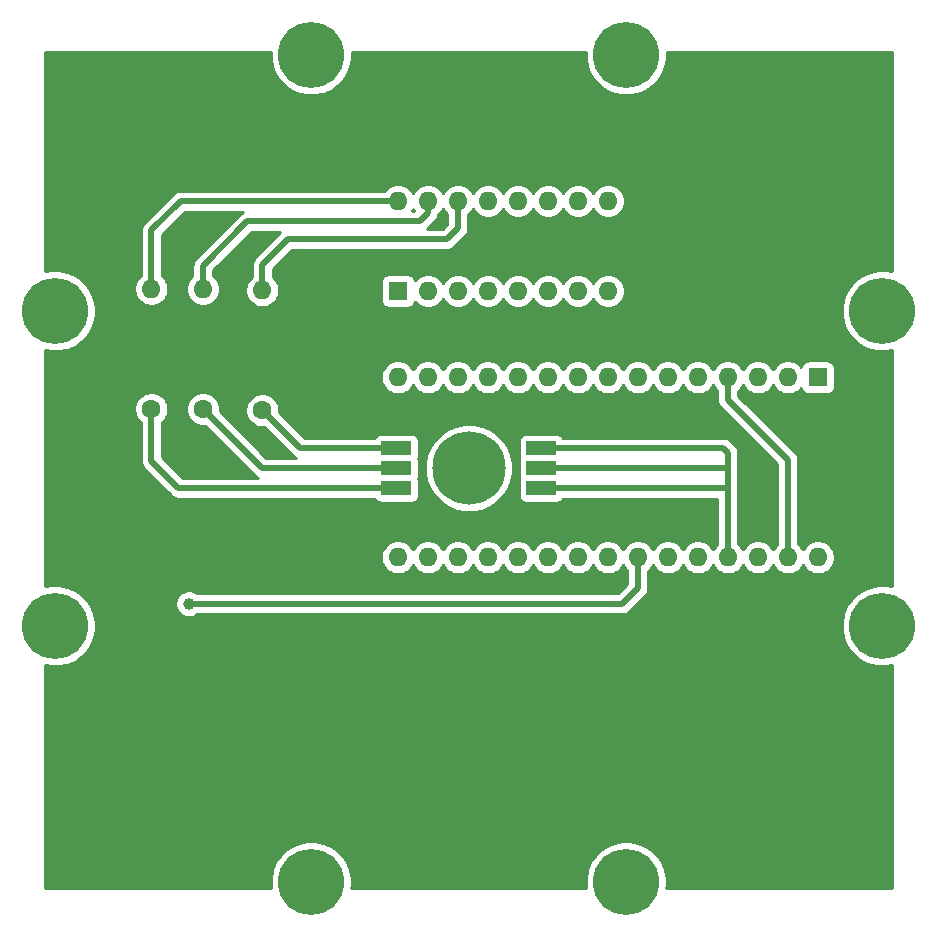
<source format=gbr>
%TF.GenerationSoftware,KiCad,Pcbnew,(5.1.6)-1*%
%TF.CreationDate,2020-07-19T23:04:13+02:00*%
%TF.ProjectId,bedlight-nucleo,6265646c-6967-4687-942d-6e75636c656f,rev?*%
%TF.SameCoordinates,Original*%
%TF.FileFunction,Copper,L2,Bot*%
%TF.FilePolarity,Positive*%
%FSLAX46Y46*%
G04 Gerber Fmt 4.6, Leading zero omitted, Abs format (unit mm)*
G04 Created by KiCad (PCBNEW (5.1.6)-1) date 2020-07-19 23:04:13*
%MOMM*%
%LPD*%
G01*
G04 APERTURE LIST*
%TA.AperFunction,ComponentPad*%
%ADD10C,5.600000*%
%TD*%
%TA.AperFunction,ComponentPad*%
%ADD11O,1.600000X1.600000*%
%TD*%
%TA.AperFunction,ComponentPad*%
%ADD12R,1.600000X1.600000*%
%TD*%
%TA.AperFunction,ComponentPad*%
%ADD13C,1.600000*%
%TD*%
%TA.AperFunction,SMDPad,CuDef*%
%ADD14C,6.200000*%
%TD*%
%TA.AperFunction,SMDPad,CuDef*%
%ADD15R,2.550000X1.200000*%
%TD*%
%TA.AperFunction,ViaPad*%
%ADD16C,1.000000*%
%TD*%
%TA.AperFunction,Conductor*%
%ADD17C,0.508000*%
%TD*%
%TA.AperFunction,NonConductor*%
%ADD18C,0.254000*%
%TD*%
G04 APERTURE END LIST*
D10*
%TO.P,H8,1*%
%TO.N,N/C*%
X177333333Y-147333334D03*
%TD*%
%TO.P,H7,1*%
%TO.N,N/C*%
X199000000Y-99000000D03*
%TD*%
%TO.P,H6,1*%
%TO.N,N/C*%
X150666666Y-147333334D03*
%TD*%
%TO.P,H5,1*%
%TO.N,N/C*%
X199000000Y-125666667D03*
%TD*%
%TO.P,H4,1*%
%TO.N,N/C*%
X129000000Y-125666667D03*
%TD*%
%TO.P,H3,1*%
%TO.N,N/C*%
X150666666Y-77333334D03*
%TD*%
%TO.P,H2,1*%
%TO.N,N/C*%
X129000000Y-99000000D03*
%TD*%
%TO.P,H1,1*%
%TO.N,N/C*%
X177333333Y-77333334D03*
%TD*%
D11*
%TO.P,U1,16*%
%TO.N,Net-(U1-Pad16)*%
X157988000Y-119888000D03*
%TO.P,U1,15*%
%TO.N,/LED_BLUE*%
X157988000Y-104648000D03*
%TO.P,U1,30*%
%TO.N,Net-(U1-Pad30)*%
X193548000Y-119888000D03*
%TO.P,U1,14*%
%TO.N,/LED_GREEN*%
X160528000Y-104648000D03*
%TO.P,U1,29*%
%TO.N,GND*%
X191008000Y-119888000D03*
%TO.P,U1,13*%
%TO.N,/LED_RED*%
X163068000Y-104648000D03*
%TO.P,U1,28*%
%TO.N,Net-(U1-Pad28)*%
X188468000Y-119888000D03*
%TO.P,U1,12*%
%TO.N,/OUT1*%
X165608000Y-104648000D03*
%TO.P,U1,27*%
%TO.N,+5V*%
X185928000Y-119888000D03*
%TO.P,U1,11*%
%TO.N,/OUT2*%
X168148000Y-104648000D03*
%TO.P,U1,26*%
%TO.N,/BUTTON4*%
X183388000Y-119888000D03*
%TO.P,U1,10*%
%TO.N,/OUT3*%
X170688000Y-104648000D03*
%TO.P,U1,25*%
%TO.N,/BUTTON3*%
X180848000Y-119888000D03*
%TO.P,U1,9*%
%TO.N,/OUT4*%
X173228000Y-104648000D03*
%TO.P,U1,24*%
%TO.N,/BUTTON2*%
X178308000Y-119888000D03*
%TO.P,U1,8*%
%TO.N,Net-(U1-Pad8)*%
X175768000Y-104648000D03*
%TO.P,U1,23*%
%TO.N,/BUTTON1*%
X175768000Y-119888000D03*
%TO.P,U1,7*%
%TO.N,Net-(U1-Pad7)*%
X178308000Y-104648000D03*
%TO.P,U1,22*%
%TO.N,Net-(U1-Pad22)*%
X173228000Y-119888000D03*
%TO.P,U1,6*%
%TO.N,Net-(U1-Pad6)*%
X180848000Y-104648000D03*
%TO.P,U1,21*%
%TO.N,Net-(U1-Pad21)*%
X170688000Y-119888000D03*
%TO.P,U1,5*%
%TO.N,Net-(U1-Pad5)*%
X183388000Y-104648000D03*
%TO.P,U1,20*%
%TO.N,Net-(U1-Pad20)*%
X168148000Y-119888000D03*
%TO.P,U1,4*%
%TO.N,GND*%
X185928000Y-104648000D03*
%TO.P,U1,19*%
%TO.N,Net-(U1-Pad19)*%
X165608000Y-119888000D03*
%TO.P,U1,3*%
%TO.N,Net-(U1-Pad3)*%
X188468000Y-104648000D03*
%TO.P,U1,18*%
%TO.N,Net-(U1-Pad18)*%
X163068000Y-119888000D03*
%TO.P,U1,2*%
%TO.N,Net-(U1-Pad2)*%
X191008000Y-104648000D03*
%TO.P,U1,17*%
%TO.N,Net-(U1-Pad17)*%
X160528000Y-119888000D03*
D12*
%TO.P,U1,1*%
%TO.N,Net-(U1-Pad1)*%
X193548000Y-104648000D03*
%TD*%
D11*
%TO.P,U2,16*%
%TO.N,Net-(R1-Pad2)*%
X158000000Y-89713334D03*
%TO.P,U2,8*%
%TO.N,GND*%
X175780000Y-97333334D03*
%TO.P,U2,15*%
%TO.N,Net-(R2-Pad2)*%
X160540000Y-89713334D03*
%TO.P,U2,7*%
%TO.N,/OUT4*%
X173240000Y-97333334D03*
%TO.P,U2,14*%
%TO.N,Net-(R3-Pad2)*%
X163080000Y-89713334D03*
%TO.P,U2,6*%
%TO.N,/OUT3*%
X170700000Y-97333334D03*
%TO.P,U2,13*%
%TO.N,Net-(U2-Pad13)*%
X165620000Y-89713334D03*
%TO.P,U2,5*%
%TO.N,/OUT2*%
X168160000Y-97333334D03*
%TO.P,U2,12*%
%TO.N,Net-(U2-Pad12)*%
X168160000Y-89713334D03*
%TO.P,U2,4*%
%TO.N,/OUT1*%
X165620000Y-97333334D03*
%TO.P,U2,11*%
%TO.N,Net-(U2-Pad11)*%
X170700000Y-89713334D03*
%TO.P,U2,3*%
%TO.N,/LED_RED*%
X163080000Y-97333334D03*
%TO.P,U2,10*%
%TO.N,Net-(U2-Pad10)*%
X173240000Y-89713334D03*
%TO.P,U2,2*%
%TO.N,/LED_GREEN*%
X160540000Y-97333334D03*
%TO.P,U2,9*%
%TO.N,Net-(U2-Pad9)*%
X175780000Y-89713334D03*
D12*
%TO.P,U2,1*%
%TO.N,/LED_BLUE*%
X158000000Y-97333334D03*
%TD*%
D11*
%TO.P,R3,2*%
%TO.N,Net-(R3-Pad2)*%
X146526000Y-97272334D03*
D13*
%TO.P,R3,1*%
%TO.N,Net-(D1-Pad3)*%
X146526000Y-107432334D03*
%TD*%
D11*
%TO.P,R2,2*%
%TO.N,Net-(R2-Pad2)*%
X141494000Y-97173334D03*
D13*
%TO.P,R2,1*%
%TO.N,Net-(D1-Pad2)*%
X141494000Y-107333334D03*
%TD*%
D11*
%TO.P,R1,2*%
%TO.N,Net-(R1-Pad2)*%
X137128000Y-97145334D03*
D13*
%TO.P,R1,1*%
%TO.N,Net-(D1-Pad1)*%
X137128000Y-107305334D03*
%TD*%
D14*
%TO.P,D1,7*%
%TO.N,N/C*%
X164000000Y-112333334D03*
D15*
%TO.P,D1,3*%
%TO.N,Net-(D1-Pad3)*%
X157875000Y-110633334D03*
%TO.P,D1,4*%
%TO.N,+5V*%
X170125000Y-110633334D03*
%TO.P,D1,2*%
%TO.N,Net-(D1-Pad2)*%
X157875000Y-112333334D03*
%TO.P,D1,5*%
%TO.N,+5V*%
X170125000Y-112333334D03*
%TO.P,D1,1*%
%TO.N,Net-(D1-Pad1)*%
X157875000Y-114033334D03*
%TO.P,D1,6*%
%TO.N,+5V*%
X170125000Y-114033334D03*
%TD*%
D16*
%TO.N,/BUTTON2*%
X140303000Y-123815334D03*
%TD*%
D17*
%TO.N,Net-(D1-Pad3)*%
X149727000Y-110633334D02*
X146526000Y-107432334D01*
X157875000Y-110633334D02*
X149727000Y-110633334D01*
%TO.N,+5V*%
X170125000Y-110633334D02*
X185541000Y-110633334D01*
X185541000Y-110633334D02*
X185928000Y-111020334D01*
X185758000Y-112333334D02*
X185928000Y-112163334D01*
X170125000Y-112333334D02*
X185758000Y-112333334D01*
X185928000Y-111020334D02*
X185928000Y-112163334D01*
X185893000Y-114033334D02*
X185928000Y-114068334D01*
X170125000Y-114033334D02*
X185893000Y-114033334D01*
X185928000Y-112163334D02*
X185928000Y-114068334D01*
X185928000Y-114068334D02*
X185928000Y-119050063D01*
X185928000Y-119888000D02*
X185928000Y-119050063D01*
%TO.N,Net-(D1-Pad2)*%
X146494000Y-112333334D02*
X141494000Y-107333334D01*
X157875000Y-112333334D02*
X146494000Y-112333334D01*
%TO.N,Net-(D1-Pad1)*%
X157875000Y-114033334D02*
X139411000Y-114033334D01*
X137128000Y-111750334D02*
X137128000Y-107305334D01*
X139411000Y-114033334D02*
X137128000Y-111750334D01*
%TO.N,Net-(R1-Pad2)*%
X137128000Y-97145334D02*
X137128000Y-92192334D01*
X139607000Y-89713334D02*
X158000000Y-89713334D01*
X137128000Y-92192334D02*
X139607000Y-89713334D01*
%TO.N,Net-(R2-Pad2)*%
X141494000Y-97173334D02*
X141494000Y-95192334D01*
X141494000Y-95192334D02*
X145256000Y-91430334D01*
X145256000Y-91430334D02*
X159861000Y-91430334D01*
X160540000Y-90751334D02*
X160540000Y-89713334D01*
X159861000Y-91430334D02*
X160540000Y-90751334D01*
%TO.N,Net-(R3-Pad2)*%
X146526000Y-97272334D02*
X146526000Y-95113334D01*
X146526000Y-95113334D02*
X148685000Y-92954334D01*
X148685000Y-92954334D02*
X162147000Y-92954334D01*
X163080000Y-92021334D02*
X163080000Y-89713334D01*
X162147000Y-92954334D02*
X163080000Y-92021334D01*
%TO.N,GND*%
X185928000Y-106553000D02*
X185928000Y-104648000D01*
X191008000Y-111633000D02*
X185928000Y-106553000D01*
X191008000Y-119888000D02*
X191008000Y-111633000D01*
%TO.N,/BUTTON2*%
X177006000Y-123815334D02*
X140303000Y-123815334D01*
X178308000Y-119888000D02*
X178308000Y-122513334D01*
X178308000Y-122513334D02*
X177006000Y-123815334D01*
%TD*%
D18*
G36*
X147231666Y-77671652D02*
G01*
X147363672Y-78335286D01*
X147622609Y-78960416D01*
X147998528Y-79523019D01*
X148476981Y-80001472D01*
X149039584Y-80377391D01*
X149664714Y-80636328D01*
X150328348Y-80768334D01*
X151004984Y-80768334D01*
X151668618Y-80636328D01*
X152293748Y-80377391D01*
X152856351Y-80001472D01*
X153334804Y-79523019D01*
X153710723Y-78960416D01*
X153969660Y-78335286D01*
X154101666Y-77671652D01*
X154101666Y-77127000D01*
X173898333Y-77127000D01*
X173898333Y-77671652D01*
X174030339Y-78335286D01*
X174289276Y-78960416D01*
X174665195Y-79523019D01*
X175143648Y-80001472D01*
X175706251Y-80377391D01*
X176331381Y-80636328D01*
X176995015Y-80768334D01*
X177671651Y-80768334D01*
X178335285Y-80636328D01*
X178960415Y-80377391D01*
X179523018Y-80001472D01*
X180001471Y-79523019D01*
X180377390Y-78960416D01*
X180636327Y-78335286D01*
X180768333Y-77671652D01*
X180768333Y-77127000D01*
X199873000Y-77127000D01*
X199873000Y-95671356D01*
X199338318Y-95565000D01*
X198661682Y-95565000D01*
X197998048Y-95697006D01*
X197372918Y-95955943D01*
X196810315Y-96331862D01*
X196331862Y-96810315D01*
X195955943Y-97372918D01*
X195697006Y-97998048D01*
X195565000Y-98661682D01*
X195565000Y-99338318D01*
X195697006Y-100001952D01*
X195955943Y-100627082D01*
X196331862Y-101189685D01*
X196810315Y-101668138D01*
X197372918Y-102044057D01*
X197998048Y-102302994D01*
X198661682Y-102435000D01*
X199338318Y-102435000D01*
X199873000Y-102328644D01*
X199873000Y-122338023D01*
X199338318Y-122231667D01*
X198661682Y-122231667D01*
X197998048Y-122363673D01*
X197372918Y-122622610D01*
X196810315Y-122998529D01*
X196331862Y-123476982D01*
X195955943Y-124039585D01*
X195697006Y-124664715D01*
X195565000Y-125328349D01*
X195565000Y-126004985D01*
X195697006Y-126668619D01*
X195955943Y-127293749D01*
X196331862Y-127856352D01*
X196810315Y-128334805D01*
X197372918Y-128710724D01*
X197998048Y-128969661D01*
X198661682Y-129101667D01*
X199338318Y-129101667D01*
X199873000Y-128995311D01*
X199873000Y-147873000D01*
X180728282Y-147873000D01*
X180768333Y-147671652D01*
X180768333Y-146995016D01*
X180636327Y-146331382D01*
X180377390Y-145706252D01*
X180001471Y-145143649D01*
X179523018Y-144665196D01*
X178960415Y-144289277D01*
X178335285Y-144030340D01*
X177671651Y-143898334D01*
X176995015Y-143898334D01*
X176331381Y-144030340D01*
X175706251Y-144289277D01*
X175143648Y-144665196D01*
X174665195Y-145143649D01*
X174289276Y-145706252D01*
X174030339Y-146331382D01*
X173898333Y-146995016D01*
X173898333Y-147671652D01*
X173938384Y-147873000D01*
X154061615Y-147873000D01*
X154101666Y-147671652D01*
X154101666Y-146995016D01*
X153969660Y-146331382D01*
X153710723Y-145706252D01*
X153334804Y-145143649D01*
X152856351Y-144665196D01*
X152293748Y-144289277D01*
X151668618Y-144030340D01*
X151004984Y-143898334D01*
X150328348Y-143898334D01*
X149664714Y-144030340D01*
X149039584Y-144289277D01*
X148476981Y-144665196D01*
X147998528Y-145143649D01*
X147622609Y-145706252D01*
X147363672Y-146331382D01*
X147231666Y-146995016D01*
X147231666Y-147671652D01*
X147271717Y-147873000D01*
X128127000Y-147873000D01*
X128127000Y-128995311D01*
X128661682Y-129101667D01*
X129338318Y-129101667D01*
X130001952Y-128969661D01*
X130627082Y-128710724D01*
X131189685Y-128334805D01*
X131668138Y-127856352D01*
X132044057Y-127293749D01*
X132302994Y-126668619D01*
X132435000Y-126004985D01*
X132435000Y-125328349D01*
X132302994Y-124664715D01*
X132044057Y-124039585D01*
X131819524Y-123703546D01*
X139168000Y-123703546D01*
X139168000Y-123927122D01*
X139211617Y-124146401D01*
X139297176Y-124352958D01*
X139421388Y-124538854D01*
X139579480Y-124696946D01*
X139765376Y-124821158D01*
X139971933Y-124906717D01*
X140191212Y-124950334D01*
X140414788Y-124950334D01*
X140634067Y-124906717D01*
X140840624Y-124821158D01*
X141015463Y-124704334D01*
X176962340Y-124704334D01*
X177006000Y-124708634D01*
X177049660Y-124704334D01*
X177049667Y-124704334D01*
X177180274Y-124691470D01*
X177347851Y-124640637D01*
X177502291Y-124558087D01*
X177637659Y-124446993D01*
X177665499Y-124413070D01*
X178905741Y-123172828D01*
X178939659Y-123144993D01*
X179050753Y-123009625D01*
X179133303Y-122855185D01*
X179184136Y-122687608D01*
X179184853Y-122680334D01*
X179190538Y-122622610D01*
X179197000Y-122557001D01*
X179197000Y-122556995D01*
X179201300Y-122513335D01*
X179197000Y-122469675D01*
X179197000Y-121019849D01*
X179222759Y-121002637D01*
X179422637Y-120802759D01*
X179578000Y-120570241D01*
X179733363Y-120802759D01*
X179933241Y-121002637D01*
X180168273Y-121159680D01*
X180429426Y-121267853D01*
X180706665Y-121323000D01*
X180989335Y-121323000D01*
X181266574Y-121267853D01*
X181527727Y-121159680D01*
X181762759Y-121002637D01*
X181962637Y-120802759D01*
X182118000Y-120570241D01*
X182273363Y-120802759D01*
X182473241Y-121002637D01*
X182708273Y-121159680D01*
X182969426Y-121267853D01*
X183246665Y-121323000D01*
X183529335Y-121323000D01*
X183806574Y-121267853D01*
X184067727Y-121159680D01*
X184302759Y-121002637D01*
X184502637Y-120802759D01*
X184658000Y-120570241D01*
X184813363Y-120802759D01*
X185013241Y-121002637D01*
X185248273Y-121159680D01*
X185509426Y-121267853D01*
X185786665Y-121323000D01*
X186069335Y-121323000D01*
X186346574Y-121267853D01*
X186607727Y-121159680D01*
X186842759Y-121002637D01*
X187042637Y-120802759D01*
X187198000Y-120570241D01*
X187353363Y-120802759D01*
X187553241Y-121002637D01*
X187788273Y-121159680D01*
X188049426Y-121267853D01*
X188326665Y-121323000D01*
X188609335Y-121323000D01*
X188886574Y-121267853D01*
X189147727Y-121159680D01*
X189382759Y-121002637D01*
X189582637Y-120802759D01*
X189738000Y-120570241D01*
X189893363Y-120802759D01*
X190093241Y-121002637D01*
X190328273Y-121159680D01*
X190589426Y-121267853D01*
X190866665Y-121323000D01*
X191149335Y-121323000D01*
X191426574Y-121267853D01*
X191687727Y-121159680D01*
X191922759Y-121002637D01*
X192122637Y-120802759D01*
X192278000Y-120570241D01*
X192433363Y-120802759D01*
X192633241Y-121002637D01*
X192868273Y-121159680D01*
X193129426Y-121267853D01*
X193406665Y-121323000D01*
X193689335Y-121323000D01*
X193966574Y-121267853D01*
X194227727Y-121159680D01*
X194462759Y-121002637D01*
X194662637Y-120802759D01*
X194819680Y-120567727D01*
X194927853Y-120306574D01*
X194983000Y-120029335D01*
X194983000Y-119746665D01*
X194927853Y-119469426D01*
X194819680Y-119208273D01*
X194662637Y-118973241D01*
X194462759Y-118773363D01*
X194227727Y-118616320D01*
X193966574Y-118508147D01*
X193689335Y-118453000D01*
X193406665Y-118453000D01*
X193129426Y-118508147D01*
X192868273Y-118616320D01*
X192633241Y-118773363D01*
X192433363Y-118973241D01*
X192278000Y-119205759D01*
X192122637Y-118973241D01*
X191922759Y-118773363D01*
X191897000Y-118756151D01*
X191897000Y-111676660D01*
X191901300Y-111633000D01*
X191897000Y-111589340D01*
X191897000Y-111589333D01*
X191884136Y-111458726D01*
X191883673Y-111457198D01*
X191853526Y-111357816D01*
X191833303Y-111291149D01*
X191750753Y-111136709D01*
X191639659Y-111001341D01*
X191605742Y-110973506D01*
X186817000Y-106184765D01*
X186817000Y-105779849D01*
X186842759Y-105762637D01*
X187042637Y-105562759D01*
X187198000Y-105330241D01*
X187353363Y-105562759D01*
X187553241Y-105762637D01*
X187788273Y-105919680D01*
X188049426Y-106027853D01*
X188326665Y-106083000D01*
X188609335Y-106083000D01*
X188886574Y-106027853D01*
X189147727Y-105919680D01*
X189382759Y-105762637D01*
X189582637Y-105562759D01*
X189738000Y-105330241D01*
X189893363Y-105562759D01*
X190093241Y-105762637D01*
X190328273Y-105919680D01*
X190589426Y-106027853D01*
X190866665Y-106083000D01*
X191149335Y-106083000D01*
X191426574Y-106027853D01*
X191687727Y-105919680D01*
X191922759Y-105762637D01*
X192121357Y-105564039D01*
X192122188Y-105572482D01*
X192158498Y-105692180D01*
X192217463Y-105802494D01*
X192296815Y-105899185D01*
X192393506Y-105978537D01*
X192503820Y-106037502D01*
X192623518Y-106073812D01*
X192748000Y-106086072D01*
X194348000Y-106086072D01*
X194472482Y-106073812D01*
X194592180Y-106037502D01*
X194702494Y-105978537D01*
X194799185Y-105899185D01*
X194878537Y-105802494D01*
X194937502Y-105692180D01*
X194973812Y-105572482D01*
X194986072Y-105448000D01*
X194986072Y-103848000D01*
X194973812Y-103723518D01*
X194937502Y-103603820D01*
X194878537Y-103493506D01*
X194799185Y-103396815D01*
X194702494Y-103317463D01*
X194592180Y-103258498D01*
X194472482Y-103222188D01*
X194348000Y-103209928D01*
X192748000Y-103209928D01*
X192623518Y-103222188D01*
X192503820Y-103258498D01*
X192393506Y-103317463D01*
X192296815Y-103396815D01*
X192217463Y-103493506D01*
X192158498Y-103603820D01*
X192122188Y-103723518D01*
X192121357Y-103731961D01*
X191922759Y-103533363D01*
X191687727Y-103376320D01*
X191426574Y-103268147D01*
X191149335Y-103213000D01*
X190866665Y-103213000D01*
X190589426Y-103268147D01*
X190328273Y-103376320D01*
X190093241Y-103533363D01*
X189893363Y-103733241D01*
X189738000Y-103965759D01*
X189582637Y-103733241D01*
X189382759Y-103533363D01*
X189147727Y-103376320D01*
X188886574Y-103268147D01*
X188609335Y-103213000D01*
X188326665Y-103213000D01*
X188049426Y-103268147D01*
X187788273Y-103376320D01*
X187553241Y-103533363D01*
X187353363Y-103733241D01*
X187198000Y-103965759D01*
X187042637Y-103733241D01*
X186842759Y-103533363D01*
X186607727Y-103376320D01*
X186346574Y-103268147D01*
X186069335Y-103213000D01*
X185786665Y-103213000D01*
X185509426Y-103268147D01*
X185248273Y-103376320D01*
X185013241Y-103533363D01*
X184813363Y-103733241D01*
X184658000Y-103965759D01*
X184502637Y-103733241D01*
X184302759Y-103533363D01*
X184067727Y-103376320D01*
X183806574Y-103268147D01*
X183529335Y-103213000D01*
X183246665Y-103213000D01*
X182969426Y-103268147D01*
X182708273Y-103376320D01*
X182473241Y-103533363D01*
X182273363Y-103733241D01*
X182118000Y-103965759D01*
X181962637Y-103733241D01*
X181762759Y-103533363D01*
X181527727Y-103376320D01*
X181266574Y-103268147D01*
X180989335Y-103213000D01*
X180706665Y-103213000D01*
X180429426Y-103268147D01*
X180168273Y-103376320D01*
X179933241Y-103533363D01*
X179733363Y-103733241D01*
X179578000Y-103965759D01*
X179422637Y-103733241D01*
X179222759Y-103533363D01*
X178987727Y-103376320D01*
X178726574Y-103268147D01*
X178449335Y-103213000D01*
X178166665Y-103213000D01*
X177889426Y-103268147D01*
X177628273Y-103376320D01*
X177393241Y-103533363D01*
X177193363Y-103733241D01*
X177038000Y-103965759D01*
X176882637Y-103733241D01*
X176682759Y-103533363D01*
X176447727Y-103376320D01*
X176186574Y-103268147D01*
X175909335Y-103213000D01*
X175626665Y-103213000D01*
X175349426Y-103268147D01*
X175088273Y-103376320D01*
X174853241Y-103533363D01*
X174653363Y-103733241D01*
X174498000Y-103965759D01*
X174342637Y-103733241D01*
X174142759Y-103533363D01*
X173907727Y-103376320D01*
X173646574Y-103268147D01*
X173369335Y-103213000D01*
X173086665Y-103213000D01*
X172809426Y-103268147D01*
X172548273Y-103376320D01*
X172313241Y-103533363D01*
X172113363Y-103733241D01*
X171958000Y-103965759D01*
X171802637Y-103733241D01*
X171602759Y-103533363D01*
X171367727Y-103376320D01*
X171106574Y-103268147D01*
X170829335Y-103213000D01*
X170546665Y-103213000D01*
X170269426Y-103268147D01*
X170008273Y-103376320D01*
X169773241Y-103533363D01*
X169573363Y-103733241D01*
X169418000Y-103965759D01*
X169262637Y-103733241D01*
X169062759Y-103533363D01*
X168827727Y-103376320D01*
X168566574Y-103268147D01*
X168289335Y-103213000D01*
X168006665Y-103213000D01*
X167729426Y-103268147D01*
X167468273Y-103376320D01*
X167233241Y-103533363D01*
X167033363Y-103733241D01*
X166878000Y-103965759D01*
X166722637Y-103733241D01*
X166522759Y-103533363D01*
X166287727Y-103376320D01*
X166026574Y-103268147D01*
X165749335Y-103213000D01*
X165466665Y-103213000D01*
X165189426Y-103268147D01*
X164928273Y-103376320D01*
X164693241Y-103533363D01*
X164493363Y-103733241D01*
X164338000Y-103965759D01*
X164182637Y-103733241D01*
X163982759Y-103533363D01*
X163747727Y-103376320D01*
X163486574Y-103268147D01*
X163209335Y-103213000D01*
X162926665Y-103213000D01*
X162649426Y-103268147D01*
X162388273Y-103376320D01*
X162153241Y-103533363D01*
X161953363Y-103733241D01*
X161798000Y-103965759D01*
X161642637Y-103733241D01*
X161442759Y-103533363D01*
X161207727Y-103376320D01*
X160946574Y-103268147D01*
X160669335Y-103213000D01*
X160386665Y-103213000D01*
X160109426Y-103268147D01*
X159848273Y-103376320D01*
X159613241Y-103533363D01*
X159413363Y-103733241D01*
X159258000Y-103965759D01*
X159102637Y-103733241D01*
X158902759Y-103533363D01*
X158667727Y-103376320D01*
X158406574Y-103268147D01*
X158129335Y-103213000D01*
X157846665Y-103213000D01*
X157569426Y-103268147D01*
X157308273Y-103376320D01*
X157073241Y-103533363D01*
X156873363Y-103733241D01*
X156716320Y-103968273D01*
X156608147Y-104229426D01*
X156553000Y-104506665D01*
X156553000Y-104789335D01*
X156608147Y-105066574D01*
X156716320Y-105327727D01*
X156873363Y-105562759D01*
X157073241Y-105762637D01*
X157308273Y-105919680D01*
X157569426Y-106027853D01*
X157846665Y-106083000D01*
X158129335Y-106083000D01*
X158406574Y-106027853D01*
X158667727Y-105919680D01*
X158902759Y-105762637D01*
X159102637Y-105562759D01*
X159258000Y-105330241D01*
X159413363Y-105562759D01*
X159613241Y-105762637D01*
X159848273Y-105919680D01*
X160109426Y-106027853D01*
X160386665Y-106083000D01*
X160669335Y-106083000D01*
X160946574Y-106027853D01*
X161207727Y-105919680D01*
X161442759Y-105762637D01*
X161642637Y-105562759D01*
X161798000Y-105330241D01*
X161953363Y-105562759D01*
X162153241Y-105762637D01*
X162388273Y-105919680D01*
X162649426Y-106027853D01*
X162926665Y-106083000D01*
X163209335Y-106083000D01*
X163486574Y-106027853D01*
X163747727Y-105919680D01*
X163982759Y-105762637D01*
X164182637Y-105562759D01*
X164338000Y-105330241D01*
X164493363Y-105562759D01*
X164693241Y-105762637D01*
X164928273Y-105919680D01*
X165189426Y-106027853D01*
X165466665Y-106083000D01*
X165749335Y-106083000D01*
X166026574Y-106027853D01*
X166287727Y-105919680D01*
X166522759Y-105762637D01*
X166722637Y-105562759D01*
X166878000Y-105330241D01*
X167033363Y-105562759D01*
X167233241Y-105762637D01*
X167468273Y-105919680D01*
X167729426Y-106027853D01*
X168006665Y-106083000D01*
X168289335Y-106083000D01*
X168566574Y-106027853D01*
X168827727Y-105919680D01*
X169062759Y-105762637D01*
X169262637Y-105562759D01*
X169418000Y-105330241D01*
X169573363Y-105562759D01*
X169773241Y-105762637D01*
X170008273Y-105919680D01*
X170269426Y-106027853D01*
X170546665Y-106083000D01*
X170829335Y-106083000D01*
X171106574Y-106027853D01*
X171367727Y-105919680D01*
X171602759Y-105762637D01*
X171802637Y-105562759D01*
X171958000Y-105330241D01*
X172113363Y-105562759D01*
X172313241Y-105762637D01*
X172548273Y-105919680D01*
X172809426Y-106027853D01*
X173086665Y-106083000D01*
X173369335Y-106083000D01*
X173646574Y-106027853D01*
X173907727Y-105919680D01*
X174142759Y-105762637D01*
X174342637Y-105562759D01*
X174498000Y-105330241D01*
X174653363Y-105562759D01*
X174853241Y-105762637D01*
X175088273Y-105919680D01*
X175349426Y-106027853D01*
X175626665Y-106083000D01*
X175909335Y-106083000D01*
X176186574Y-106027853D01*
X176447727Y-105919680D01*
X176682759Y-105762637D01*
X176882637Y-105562759D01*
X177038000Y-105330241D01*
X177193363Y-105562759D01*
X177393241Y-105762637D01*
X177628273Y-105919680D01*
X177889426Y-106027853D01*
X178166665Y-106083000D01*
X178449335Y-106083000D01*
X178726574Y-106027853D01*
X178987727Y-105919680D01*
X179222759Y-105762637D01*
X179422637Y-105562759D01*
X179578000Y-105330241D01*
X179733363Y-105562759D01*
X179933241Y-105762637D01*
X180168273Y-105919680D01*
X180429426Y-106027853D01*
X180706665Y-106083000D01*
X180989335Y-106083000D01*
X181266574Y-106027853D01*
X181527727Y-105919680D01*
X181762759Y-105762637D01*
X181962637Y-105562759D01*
X182118000Y-105330241D01*
X182273363Y-105562759D01*
X182473241Y-105762637D01*
X182708273Y-105919680D01*
X182969426Y-106027853D01*
X183246665Y-106083000D01*
X183529335Y-106083000D01*
X183806574Y-106027853D01*
X184067727Y-105919680D01*
X184302759Y-105762637D01*
X184502637Y-105562759D01*
X184658000Y-105330241D01*
X184813363Y-105562759D01*
X185013241Y-105762637D01*
X185039000Y-105779849D01*
X185039000Y-106509340D01*
X185034700Y-106553000D01*
X185039000Y-106596660D01*
X185039000Y-106596666D01*
X185051864Y-106727273D01*
X185102697Y-106894850D01*
X185185247Y-107049290D01*
X185296341Y-107184659D01*
X185330264Y-107212499D01*
X190119001Y-112001237D01*
X190119000Y-118756151D01*
X190093241Y-118773363D01*
X189893363Y-118973241D01*
X189738000Y-119205759D01*
X189582637Y-118973241D01*
X189382759Y-118773363D01*
X189147727Y-118616320D01*
X188886574Y-118508147D01*
X188609335Y-118453000D01*
X188326665Y-118453000D01*
X188049426Y-118508147D01*
X187788273Y-118616320D01*
X187553241Y-118773363D01*
X187353363Y-118973241D01*
X187198000Y-119205759D01*
X187042637Y-118973241D01*
X186842759Y-118773363D01*
X186817000Y-118756151D01*
X186817000Y-114111993D01*
X186821300Y-114068333D01*
X186817000Y-114024673D01*
X186817000Y-112206995D01*
X186821300Y-112163335D01*
X186817000Y-112119675D01*
X186817000Y-111063994D01*
X186821300Y-111020334D01*
X186817000Y-110976674D01*
X186817000Y-110976667D01*
X186804136Y-110846060D01*
X186753303Y-110678483D01*
X186670753Y-110524043D01*
X186559659Y-110388675D01*
X186525737Y-110360836D01*
X186200499Y-110035598D01*
X186172659Y-110001675D01*
X186037291Y-109890581D01*
X185882851Y-109808031D01*
X185715274Y-109757198D01*
X185584667Y-109744334D01*
X185584660Y-109744334D01*
X185541000Y-109740034D01*
X185497340Y-109744334D01*
X171965545Y-109744334D01*
X171930537Y-109678840D01*
X171851185Y-109582149D01*
X171754494Y-109502797D01*
X171644180Y-109443832D01*
X171524482Y-109407522D01*
X171400000Y-109395262D01*
X168850000Y-109395262D01*
X168725518Y-109407522D01*
X168605820Y-109443832D01*
X168495506Y-109502797D01*
X168398815Y-109582149D01*
X168319463Y-109678840D01*
X168260498Y-109789154D01*
X168224188Y-109908852D01*
X168211928Y-110033334D01*
X168211928Y-111233334D01*
X168224188Y-111357816D01*
X168260498Y-111477514D01*
X168263609Y-111483334D01*
X168260498Y-111489154D01*
X168224188Y-111608852D01*
X168211928Y-111733334D01*
X168211928Y-112933334D01*
X168224188Y-113057816D01*
X168260498Y-113177514D01*
X168263609Y-113183334D01*
X168260498Y-113189154D01*
X168224188Y-113308852D01*
X168211928Y-113433334D01*
X168211928Y-114633334D01*
X168224188Y-114757816D01*
X168260498Y-114877514D01*
X168319463Y-114987828D01*
X168398815Y-115084519D01*
X168495506Y-115163871D01*
X168605820Y-115222836D01*
X168725518Y-115259146D01*
X168850000Y-115271406D01*
X171400000Y-115271406D01*
X171524482Y-115259146D01*
X171644180Y-115222836D01*
X171754494Y-115163871D01*
X171851185Y-115084519D01*
X171930537Y-114987828D01*
X171965545Y-114922334D01*
X185039000Y-114922334D01*
X185039001Y-118756151D01*
X185013241Y-118773363D01*
X184813363Y-118973241D01*
X184658000Y-119205759D01*
X184502637Y-118973241D01*
X184302759Y-118773363D01*
X184067727Y-118616320D01*
X183806574Y-118508147D01*
X183529335Y-118453000D01*
X183246665Y-118453000D01*
X182969426Y-118508147D01*
X182708273Y-118616320D01*
X182473241Y-118773363D01*
X182273363Y-118973241D01*
X182118000Y-119205759D01*
X181962637Y-118973241D01*
X181762759Y-118773363D01*
X181527727Y-118616320D01*
X181266574Y-118508147D01*
X180989335Y-118453000D01*
X180706665Y-118453000D01*
X180429426Y-118508147D01*
X180168273Y-118616320D01*
X179933241Y-118773363D01*
X179733363Y-118973241D01*
X179578000Y-119205759D01*
X179422637Y-118973241D01*
X179222759Y-118773363D01*
X178987727Y-118616320D01*
X178726574Y-118508147D01*
X178449335Y-118453000D01*
X178166665Y-118453000D01*
X177889426Y-118508147D01*
X177628273Y-118616320D01*
X177393241Y-118773363D01*
X177193363Y-118973241D01*
X177038000Y-119205759D01*
X176882637Y-118973241D01*
X176682759Y-118773363D01*
X176447727Y-118616320D01*
X176186574Y-118508147D01*
X175909335Y-118453000D01*
X175626665Y-118453000D01*
X175349426Y-118508147D01*
X175088273Y-118616320D01*
X174853241Y-118773363D01*
X174653363Y-118973241D01*
X174498000Y-119205759D01*
X174342637Y-118973241D01*
X174142759Y-118773363D01*
X173907727Y-118616320D01*
X173646574Y-118508147D01*
X173369335Y-118453000D01*
X173086665Y-118453000D01*
X172809426Y-118508147D01*
X172548273Y-118616320D01*
X172313241Y-118773363D01*
X172113363Y-118973241D01*
X171958000Y-119205759D01*
X171802637Y-118973241D01*
X171602759Y-118773363D01*
X171367727Y-118616320D01*
X171106574Y-118508147D01*
X170829335Y-118453000D01*
X170546665Y-118453000D01*
X170269426Y-118508147D01*
X170008273Y-118616320D01*
X169773241Y-118773363D01*
X169573363Y-118973241D01*
X169418000Y-119205759D01*
X169262637Y-118973241D01*
X169062759Y-118773363D01*
X168827727Y-118616320D01*
X168566574Y-118508147D01*
X168289335Y-118453000D01*
X168006665Y-118453000D01*
X167729426Y-118508147D01*
X167468273Y-118616320D01*
X167233241Y-118773363D01*
X167033363Y-118973241D01*
X166878000Y-119205759D01*
X166722637Y-118973241D01*
X166522759Y-118773363D01*
X166287727Y-118616320D01*
X166026574Y-118508147D01*
X165749335Y-118453000D01*
X165466665Y-118453000D01*
X165189426Y-118508147D01*
X164928273Y-118616320D01*
X164693241Y-118773363D01*
X164493363Y-118973241D01*
X164338000Y-119205759D01*
X164182637Y-118973241D01*
X163982759Y-118773363D01*
X163747727Y-118616320D01*
X163486574Y-118508147D01*
X163209335Y-118453000D01*
X162926665Y-118453000D01*
X162649426Y-118508147D01*
X162388273Y-118616320D01*
X162153241Y-118773363D01*
X161953363Y-118973241D01*
X161798000Y-119205759D01*
X161642637Y-118973241D01*
X161442759Y-118773363D01*
X161207727Y-118616320D01*
X160946574Y-118508147D01*
X160669335Y-118453000D01*
X160386665Y-118453000D01*
X160109426Y-118508147D01*
X159848273Y-118616320D01*
X159613241Y-118773363D01*
X159413363Y-118973241D01*
X159258000Y-119205759D01*
X159102637Y-118973241D01*
X158902759Y-118773363D01*
X158667727Y-118616320D01*
X158406574Y-118508147D01*
X158129335Y-118453000D01*
X157846665Y-118453000D01*
X157569426Y-118508147D01*
X157308273Y-118616320D01*
X157073241Y-118773363D01*
X156873363Y-118973241D01*
X156716320Y-119208273D01*
X156608147Y-119469426D01*
X156553000Y-119746665D01*
X156553000Y-120029335D01*
X156608147Y-120306574D01*
X156716320Y-120567727D01*
X156873363Y-120802759D01*
X157073241Y-121002637D01*
X157308273Y-121159680D01*
X157569426Y-121267853D01*
X157846665Y-121323000D01*
X158129335Y-121323000D01*
X158406574Y-121267853D01*
X158667727Y-121159680D01*
X158902759Y-121002637D01*
X159102637Y-120802759D01*
X159258000Y-120570241D01*
X159413363Y-120802759D01*
X159613241Y-121002637D01*
X159848273Y-121159680D01*
X160109426Y-121267853D01*
X160386665Y-121323000D01*
X160669335Y-121323000D01*
X160946574Y-121267853D01*
X161207727Y-121159680D01*
X161442759Y-121002637D01*
X161642637Y-120802759D01*
X161798000Y-120570241D01*
X161953363Y-120802759D01*
X162153241Y-121002637D01*
X162388273Y-121159680D01*
X162649426Y-121267853D01*
X162926665Y-121323000D01*
X163209335Y-121323000D01*
X163486574Y-121267853D01*
X163747727Y-121159680D01*
X163982759Y-121002637D01*
X164182637Y-120802759D01*
X164338000Y-120570241D01*
X164493363Y-120802759D01*
X164693241Y-121002637D01*
X164928273Y-121159680D01*
X165189426Y-121267853D01*
X165466665Y-121323000D01*
X165749335Y-121323000D01*
X166026574Y-121267853D01*
X166287727Y-121159680D01*
X166522759Y-121002637D01*
X166722637Y-120802759D01*
X166878000Y-120570241D01*
X167033363Y-120802759D01*
X167233241Y-121002637D01*
X167468273Y-121159680D01*
X167729426Y-121267853D01*
X168006665Y-121323000D01*
X168289335Y-121323000D01*
X168566574Y-121267853D01*
X168827727Y-121159680D01*
X169062759Y-121002637D01*
X169262637Y-120802759D01*
X169418000Y-120570241D01*
X169573363Y-120802759D01*
X169773241Y-121002637D01*
X170008273Y-121159680D01*
X170269426Y-121267853D01*
X170546665Y-121323000D01*
X170829335Y-121323000D01*
X171106574Y-121267853D01*
X171367727Y-121159680D01*
X171602759Y-121002637D01*
X171802637Y-120802759D01*
X171958000Y-120570241D01*
X172113363Y-120802759D01*
X172313241Y-121002637D01*
X172548273Y-121159680D01*
X172809426Y-121267853D01*
X173086665Y-121323000D01*
X173369335Y-121323000D01*
X173646574Y-121267853D01*
X173907727Y-121159680D01*
X174142759Y-121002637D01*
X174342637Y-120802759D01*
X174498000Y-120570241D01*
X174653363Y-120802759D01*
X174853241Y-121002637D01*
X175088273Y-121159680D01*
X175349426Y-121267853D01*
X175626665Y-121323000D01*
X175909335Y-121323000D01*
X176186574Y-121267853D01*
X176447727Y-121159680D01*
X176682759Y-121002637D01*
X176882637Y-120802759D01*
X177038000Y-120570241D01*
X177193363Y-120802759D01*
X177393241Y-121002637D01*
X177419000Y-121019849D01*
X177419001Y-122145097D01*
X176637765Y-122926334D01*
X141015463Y-122926334D01*
X140840624Y-122809510D01*
X140634067Y-122723951D01*
X140414788Y-122680334D01*
X140191212Y-122680334D01*
X139971933Y-122723951D01*
X139765376Y-122809510D01*
X139579480Y-122933722D01*
X139421388Y-123091814D01*
X139297176Y-123277710D01*
X139211617Y-123484267D01*
X139168000Y-123703546D01*
X131819524Y-123703546D01*
X131668138Y-123476982D01*
X131189685Y-122998529D01*
X130627082Y-122622610D01*
X130001952Y-122363673D01*
X129338318Y-122231667D01*
X128661682Y-122231667D01*
X128127000Y-122338023D01*
X128127000Y-107163999D01*
X135693000Y-107163999D01*
X135693000Y-107446669D01*
X135748147Y-107723908D01*
X135856320Y-107985061D01*
X136013363Y-108220093D01*
X136213241Y-108419971D01*
X136239001Y-108437183D01*
X136239000Y-111706674D01*
X136234700Y-111750334D01*
X136239000Y-111793994D01*
X136239000Y-111794000D01*
X136251864Y-111924607D01*
X136302697Y-112092184D01*
X136385247Y-112246624D01*
X136496341Y-112381993D01*
X136530264Y-112409833D01*
X138751504Y-114631074D01*
X138779341Y-114664993D01*
X138914709Y-114776087D01*
X139069149Y-114858637D01*
X139184527Y-114893636D01*
X139236725Y-114909470D01*
X139411000Y-114926635D01*
X139454668Y-114922334D01*
X156034455Y-114922334D01*
X156069463Y-114987828D01*
X156148815Y-115084519D01*
X156245506Y-115163871D01*
X156355820Y-115222836D01*
X156475518Y-115259146D01*
X156600000Y-115271406D01*
X159150000Y-115271406D01*
X159274482Y-115259146D01*
X159394180Y-115222836D01*
X159504494Y-115163871D01*
X159601185Y-115084519D01*
X159680537Y-114987828D01*
X159739502Y-114877514D01*
X159775812Y-114757816D01*
X159788072Y-114633334D01*
X159788072Y-113433334D01*
X159775812Y-113308852D01*
X159739502Y-113189154D01*
X159736391Y-113183334D01*
X159739502Y-113177514D01*
X159775812Y-113057816D01*
X159788072Y-112933334D01*
X159788072Y-111965469D01*
X160265000Y-111965469D01*
X160265000Y-112701199D01*
X160408534Y-113422793D01*
X160690086Y-114102520D01*
X161098836Y-114714258D01*
X161619076Y-115234498D01*
X162230814Y-115643248D01*
X162910541Y-115924800D01*
X163632135Y-116068334D01*
X164367865Y-116068334D01*
X165089459Y-115924800D01*
X165769186Y-115643248D01*
X166380924Y-115234498D01*
X166901164Y-114714258D01*
X167309914Y-114102520D01*
X167591466Y-113422793D01*
X167735000Y-112701199D01*
X167735000Y-111965469D01*
X167591466Y-111243875D01*
X167309914Y-110564148D01*
X166901164Y-109952410D01*
X166380924Y-109432170D01*
X165769186Y-109023420D01*
X165089459Y-108741868D01*
X164367865Y-108598334D01*
X163632135Y-108598334D01*
X162910541Y-108741868D01*
X162230814Y-109023420D01*
X161619076Y-109432170D01*
X161098836Y-109952410D01*
X160690086Y-110564148D01*
X160408534Y-111243875D01*
X160265000Y-111965469D01*
X159788072Y-111965469D01*
X159788072Y-111733334D01*
X159775812Y-111608852D01*
X159739502Y-111489154D01*
X159736391Y-111483334D01*
X159739502Y-111477514D01*
X159775812Y-111357816D01*
X159788072Y-111233334D01*
X159788072Y-110033334D01*
X159775812Y-109908852D01*
X159739502Y-109789154D01*
X159680537Y-109678840D01*
X159601185Y-109582149D01*
X159504494Y-109502797D01*
X159394180Y-109443832D01*
X159274482Y-109407522D01*
X159150000Y-109395262D01*
X156600000Y-109395262D01*
X156475518Y-109407522D01*
X156355820Y-109443832D01*
X156245506Y-109502797D01*
X156148815Y-109582149D01*
X156069463Y-109678840D01*
X156034455Y-109744334D01*
X150095236Y-109744334D01*
X147954956Y-107604055D01*
X147961000Y-107573669D01*
X147961000Y-107290999D01*
X147905853Y-107013760D01*
X147797680Y-106752607D01*
X147640637Y-106517575D01*
X147440759Y-106317697D01*
X147205727Y-106160654D01*
X146944574Y-106052481D01*
X146667335Y-105997334D01*
X146384665Y-105997334D01*
X146107426Y-106052481D01*
X145846273Y-106160654D01*
X145611241Y-106317697D01*
X145411363Y-106517575D01*
X145254320Y-106752607D01*
X145146147Y-107013760D01*
X145091000Y-107290999D01*
X145091000Y-107573669D01*
X145146147Y-107850908D01*
X145254320Y-108112061D01*
X145411363Y-108347093D01*
X145611241Y-108546971D01*
X145846273Y-108704014D01*
X146107426Y-108812187D01*
X146384665Y-108867334D01*
X146667335Y-108867334D01*
X146697721Y-108861290D01*
X149067504Y-111231074D01*
X149095341Y-111264993D01*
X149230709Y-111376087D01*
X149358390Y-111444334D01*
X146862236Y-111444334D01*
X142922956Y-107505055D01*
X142929000Y-107474669D01*
X142929000Y-107191999D01*
X142873853Y-106914760D01*
X142765680Y-106653607D01*
X142608637Y-106418575D01*
X142408759Y-106218697D01*
X142173727Y-106061654D01*
X141912574Y-105953481D01*
X141635335Y-105898334D01*
X141352665Y-105898334D01*
X141075426Y-105953481D01*
X140814273Y-106061654D01*
X140579241Y-106218697D01*
X140379363Y-106418575D01*
X140222320Y-106653607D01*
X140114147Y-106914760D01*
X140059000Y-107191999D01*
X140059000Y-107474669D01*
X140114147Y-107751908D01*
X140222320Y-108013061D01*
X140379363Y-108248093D01*
X140579241Y-108447971D01*
X140814273Y-108605014D01*
X141075426Y-108713187D01*
X141352665Y-108768334D01*
X141635335Y-108768334D01*
X141665721Y-108762290D01*
X145834506Y-112931076D01*
X145862341Y-112964993D01*
X145997709Y-113076087D01*
X146125390Y-113144334D01*
X139779236Y-113144334D01*
X138017000Y-111382099D01*
X138017000Y-108437183D01*
X138042759Y-108419971D01*
X138242637Y-108220093D01*
X138399680Y-107985061D01*
X138507853Y-107723908D01*
X138563000Y-107446669D01*
X138563000Y-107163999D01*
X138507853Y-106886760D01*
X138399680Y-106625607D01*
X138242637Y-106390575D01*
X138042759Y-106190697D01*
X137807727Y-106033654D01*
X137546574Y-105925481D01*
X137269335Y-105870334D01*
X136986665Y-105870334D01*
X136709426Y-105925481D01*
X136448273Y-106033654D01*
X136213241Y-106190697D01*
X136013363Y-106390575D01*
X135856320Y-106625607D01*
X135748147Y-106886760D01*
X135693000Y-107163999D01*
X128127000Y-107163999D01*
X128127000Y-102328644D01*
X128661682Y-102435000D01*
X129338318Y-102435000D01*
X130001952Y-102302994D01*
X130627082Y-102044057D01*
X131189685Y-101668138D01*
X131668138Y-101189685D01*
X132044057Y-100627082D01*
X132302994Y-100001952D01*
X132435000Y-99338318D01*
X132435000Y-98661682D01*
X132302994Y-97998048D01*
X132044057Y-97372918D01*
X131797554Y-97003999D01*
X135693000Y-97003999D01*
X135693000Y-97286669D01*
X135748147Y-97563908D01*
X135856320Y-97825061D01*
X136013363Y-98060093D01*
X136213241Y-98259971D01*
X136448273Y-98417014D01*
X136709426Y-98525187D01*
X136986665Y-98580334D01*
X137269335Y-98580334D01*
X137546574Y-98525187D01*
X137807727Y-98417014D01*
X138042759Y-98259971D01*
X138242637Y-98060093D01*
X138399680Y-97825061D01*
X138507853Y-97563908D01*
X138563000Y-97286669D01*
X138563000Y-97003999D01*
X138507853Y-96726760D01*
X138399680Y-96465607D01*
X138242637Y-96230575D01*
X138042759Y-96030697D01*
X138017000Y-96013485D01*
X138017000Y-92560569D01*
X139975235Y-90602334D01*
X144923040Y-90602334D01*
X144914149Y-90605031D01*
X144759709Y-90687581D01*
X144624341Y-90798675D01*
X144596501Y-90832598D01*
X140896259Y-94532840D01*
X140862342Y-94560675D01*
X140834507Y-94594592D01*
X140834505Y-94594594D01*
X140751248Y-94696043D01*
X140668698Y-94850482D01*
X140617864Y-95018060D01*
X140600700Y-95192334D01*
X140605001Y-95236004D01*
X140605001Y-96041485D01*
X140579241Y-96058697D01*
X140379363Y-96258575D01*
X140222320Y-96493607D01*
X140114147Y-96754760D01*
X140059000Y-97031999D01*
X140059000Y-97314669D01*
X140114147Y-97591908D01*
X140222320Y-97853061D01*
X140379363Y-98088093D01*
X140579241Y-98287971D01*
X140814273Y-98445014D01*
X141075426Y-98553187D01*
X141352665Y-98608334D01*
X141635335Y-98608334D01*
X141912574Y-98553187D01*
X142173727Y-98445014D01*
X142408759Y-98287971D01*
X142608637Y-98088093D01*
X142765680Y-97853061D01*
X142873853Y-97591908D01*
X142929000Y-97314669D01*
X142929000Y-97031999D01*
X142873853Y-96754760D01*
X142765680Y-96493607D01*
X142608637Y-96258575D01*
X142408759Y-96058697D01*
X142383000Y-96041485D01*
X142383000Y-95560569D01*
X145624235Y-92319334D01*
X148057412Y-92319334D01*
X148053341Y-92322675D01*
X148025506Y-92356592D01*
X145928259Y-94453840D01*
X145894342Y-94481675D01*
X145866507Y-94515592D01*
X145866505Y-94515594D01*
X145783248Y-94617043D01*
X145700698Y-94771482D01*
X145649864Y-94939060D01*
X145632700Y-95113334D01*
X145637001Y-95157004D01*
X145637001Y-96140485D01*
X145611241Y-96157697D01*
X145411363Y-96357575D01*
X145254320Y-96592607D01*
X145146147Y-96853760D01*
X145091000Y-97130999D01*
X145091000Y-97413669D01*
X145146147Y-97690908D01*
X145254320Y-97952061D01*
X145411363Y-98187093D01*
X145611241Y-98386971D01*
X145846273Y-98544014D01*
X146107426Y-98652187D01*
X146384665Y-98707334D01*
X146667335Y-98707334D01*
X146944574Y-98652187D01*
X147205727Y-98544014D01*
X147440759Y-98386971D01*
X147640637Y-98187093D01*
X147797680Y-97952061D01*
X147905853Y-97690908D01*
X147961000Y-97413669D01*
X147961000Y-97130999D01*
X147905853Y-96853760D01*
X147797680Y-96592607D01*
X147758076Y-96533334D01*
X156561928Y-96533334D01*
X156561928Y-98133334D01*
X156574188Y-98257816D01*
X156610498Y-98377514D01*
X156669463Y-98487828D01*
X156748815Y-98584519D01*
X156845506Y-98663871D01*
X156955820Y-98722836D01*
X157075518Y-98759146D01*
X157200000Y-98771406D01*
X158800000Y-98771406D01*
X158924482Y-98759146D01*
X159044180Y-98722836D01*
X159154494Y-98663871D01*
X159251185Y-98584519D01*
X159330537Y-98487828D01*
X159389502Y-98377514D01*
X159425812Y-98257816D01*
X159426643Y-98249373D01*
X159625241Y-98447971D01*
X159860273Y-98605014D01*
X160121426Y-98713187D01*
X160398665Y-98768334D01*
X160681335Y-98768334D01*
X160958574Y-98713187D01*
X161219727Y-98605014D01*
X161454759Y-98447971D01*
X161654637Y-98248093D01*
X161810000Y-98015575D01*
X161965363Y-98248093D01*
X162165241Y-98447971D01*
X162400273Y-98605014D01*
X162661426Y-98713187D01*
X162938665Y-98768334D01*
X163221335Y-98768334D01*
X163498574Y-98713187D01*
X163759727Y-98605014D01*
X163994759Y-98447971D01*
X164194637Y-98248093D01*
X164350000Y-98015575D01*
X164505363Y-98248093D01*
X164705241Y-98447971D01*
X164940273Y-98605014D01*
X165201426Y-98713187D01*
X165478665Y-98768334D01*
X165761335Y-98768334D01*
X166038574Y-98713187D01*
X166299727Y-98605014D01*
X166534759Y-98447971D01*
X166734637Y-98248093D01*
X166890000Y-98015575D01*
X167045363Y-98248093D01*
X167245241Y-98447971D01*
X167480273Y-98605014D01*
X167741426Y-98713187D01*
X168018665Y-98768334D01*
X168301335Y-98768334D01*
X168578574Y-98713187D01*
X168839727Y-98605014D01*
X169074759Y-98447971D01*
X169274637Y-98248093D01*
X169430000Y-98015575D01*
X169585363Y-98248093D01*
X169785241Y-98447971D01*
X170020273Y-98605014D01*
X170281426Y-98713187D01*
X170558665Y-98768334D01*
X170841335Y-98768334D01*
X171118574Y-98713187D01*
X171379727Y-98605014D01*
X171614759Y-98447971D01*
X171814637Y-98248093D01*
X171970000Y-98015575D01*
X172125363Y-98248093D01*
X172325241Y-98447971D01*
X172560273Y-98605014D01*
X172821426Y-98713187D01*
X173098665Y-98768334D01*
X173381335Y-98768334D01*
X173658574Y-98713187D01*
X173919727Y-98605014D01*
X174154759Y-98447971D01*
X174354637Y-98248093D01*
X174510000Y-98015575D01*
X174665363Y-98248093D01*
X174865241Y-98447971D01*
X175100273Y-98605014D01*
X175361426Y-98713187D01*
X175638665Y-98768334D01*
X175921335Y-98768334D01*
X176198574Y-98713187D01*
X176459727Y-98605014D01*
X176694759Y-98447971D01*
X176894637Y-98248093D01*
X177051680Y-98013061D01*
X177159853Y-97751908D01*
X177215000Y-97474669D01*
X177215000Y-97191999D01*
X177159853Y-96914760D01*
X177051680Y-96653607D01*
X176894637Y-96418575D01*
X176694759Y-96218697D01*
X176459727Y-96061654D01*
X176198574Y-95953481D01*
X175921335Y-95898334D01*
X175638665Y-95898334D01*
X175361426Y-95953481D01*
X175100273Y-96061654D01*
X174865241Y-96218697D01*
X174665363Y-96418575D01*
X174510000Y-96651093D01*
X174354637Y-96418575D01*
X174154759Y-96218697D01*
X173919727Y-96061654D01*
X173658574Y-95953481D01*
X173381335Y-95898334D01*
X173098665Y-95898334D01*
X172821426Y-95953481D01*
X172560273Y-96061654D01*
X172325241Y-96218697D01*
X172125363Y-96418575D01*
X171970000Y-96651093D01*
X171814637Y-96418575D01*
X171614759Y-96218697D01*
X171379727Y-96061654D01*
X171118574Y-95953481D01*
X170841335Y-95898334D01*
X170558665Y-95898334D01*
X170281426Y-95953481D01*
X170020273Y-96061654D01*
X169785241Y-96218697D01*
X169585363Y-96418575D01*
X169430000Y-96651093D01*
X169274637Y-96418575D01*
X169074759Y-96218697D01*
X168839727Y-96061654D01*
X168578574Y-95953481D01*
X168301335Y-95898334D01*
X168018665Y-95898334D01*
X167741426Y-95953481D01*
X167480273Y-96061654D01*
X167245241Y-96218697D01*
X167045363Y-96418575D01*
X166890000Y-96651093D01*
X166734637Y-96418575D01*
X166534759Y-96218697D01*
X166299727Y-96061654D01*
X166038574Y-95953481D01*
X165761335Y-95898334D01*
X165478665Y-95898334D01*
X165201426Y-95953481D01*
X164940273Y-96061654D01*
X164705241Y-96218697D01*
X164505363Y-96418575D01*
X164350000Y-96651093D01*
X164194637Y-96418575D01*
X163994759Y-96218697D01*
X163759727Y-96061654D01*
X163498574Y-95953481D01*
X163221335Y-95898334D01*
X162938665Y-95898334D01*
X162661426Y-95953481D01*
X162400273Y-96061654D01*
X162165241Y-96218697D01*
X161965363Y-96418575D01*
X161810000Y-96651093D01*
X161654637Y-96418575D01*
X161454759Y-96218697D01*
X161219727Y-96061654D01*
X160958574Y-95953481D01*
X160681335Y-95898334D01*
X160398665Y-95898334D01*
X160121426Y-95953481D01*
X159860273Y-96061654D01*
X159625241Y-96218697D01*
X159426643Y-96417295D01*
X159425812Y-96408852D01*
X159389502Y-96289154D01*
X159330537Y-96178840D01*
X159251185Y-96082149D01*
X159154494Y-96002797D01*
X159044180Y-95943832D01*
X158924482Y-95907522D01*
X158800000Y-95895262D01*
X157200000Y-95895262D01*
X157075518Y-95907522D01*
X156955820Y-95943832D01*
X156845506Y-96002797D01*
X156748815Y-96082149D01*
X156669463Y-96178840D01*
X156610498Y-96289154D01*
X156574188Y-96408852D01*
X156561928Y-96533334D01*
X147758076Y-96533334D01*
X147640637Y-96357575D01*
X147440759Y-96157697D01*
X147415000Y-96140485D01*
X147415000Y-95481569D01*
X149053236Y-93843334D01*
X162103340Y-93843334D01*
X162147000Y-93847634D01*
X162190660Y-93843334D01*
X162190667Y-93843334D01*
X162321274Y-93830470D01*
X162488851Y-93779637D01*
X162643291Y-93697087D01*
X162778659Y-93585993D01*
X162806499Y-93552070D01*
X163677737Y-92680832D01*
X163711659Y-92652993D01*
X163822753Y-92517625D01*
X163905303Y-92363185D01*
X163937927Y-92255636D01*
X163956136Y-92195610D01*
X163962693Y-92129031D01*
X163969000Y-92065001D01*
X163969000Y-92064995D01*
X163973300Y-92021335D01*
X163969000Y-91977675D01*
X163969000Y-90845183D01*
X163994759Y-90827971D01*
X164194637Y-90628093D01*
X164350000Y-90395575D01*
X164505363Y-90628093D01*
X164705241Y-90827971D01*
X164940273Y-90985014D01*
X165201426Y-91093187D01*
X165478665Y-91148334D01*
X165761335Y-91148334D01*
X166038574Y-91093187D01*
X166299727Y-90985014D01*
X166534759Y-90827971D01*
X166734637Y-90628093D01*
X166890000Y-90395575D01*
X167045363Y-90628093D01*
X167245241Y-90827971D01*
X167480273Y-90985014D01*
X167741426Y-91093187D01*
X168018665Y-91148334D01*
X168301335Y-91148334D01*
X168578574Y-91093187D01*
X168839727Y-90985014D01*
X169074759Y-90827971D01*
X169274637Y-90628093D01*
X169430000Y-90395575D01*
X169585363Y-90628093D01*
X169785241Y-90827971D01*
X170020273Y-90985014D01*
X170281426Y-91093187D01*
X170558665Y-91148334D01*
X170841335Y-91148334D01*
X171118574Y-91093187D01*
X171379727Y-90985014D01*
X171614759Y-90827971D01*
X171814637Y-90628093D01*
X171970000Y-90395575D01*
X172125363Y-90628093D01*
X172325241Y-90827971D01*
X172560273Y-90985014D01*
X172821426Y-91093187D01*
X173098665Y-91148334D01*
X173381335Y-91148334D01*
X173658574Y-91093187D01*
X173919727Y-90985014D01*
X174154759Y-90827971D01*
X174354637Y-90628093D01*
X174510000Y-90395575D01*
X174665363Y-90628093D01*
X174865241Y-90827971D01*
X175100273Y-90985014D01*
X175361426Y-91093187D01*
X175638665Y-91148334D01*
X175921335Y-91148334D01*
X176198574Y-91093187D01*
X176459727Y-90985014D01*
X176694759Y-90827971D01*
X176894637Y-90628093D01*
X177051680Y-90393061D01*
X177159853Y-90131908D01*
X177215000Y-89854669D01*
X177215000Y-89571999D01*
X177159853Y-89294760D01*
X177051680Y-89033607D01*
X176894637Y-88798575D01*
X176694759Y-88598697D01*
X176459727Y-88441654D01*
X176198574Y-88333481D01*
X175921335Y-88278334D01*
X175638665Y-88278334D01*
X175361426Y-88333481D01*
X175100273Y-88441654D01*
X174865241Y-88598697D01*
X174665363Y-88798575D01*
X174510000Y-89031093D01*
X174354637Y-88798575D01*
X174154759Y-88598697D01*
X173919727Y-88441654D01*
X173658574Y-88333481D01*
X173381335Y-88278334D01*
X173098665Y-88278334D01*
X172821426Y-88333481D01*
X172560273Y-88441654D01*
X172325241Y-88598697D01*
X172125363Y-88798575D01*
X171970000Y-89031093D01*
X171814637Y-88798575D01*
X171614759Y-88598697D01*
X171379727Y-88441654D01*
X171118574Y-88333481D01*
X170841335Y-88278334D01*
X170558665Y-88278334D01*
X170281426Y-88333481D01*
X170020273Y-88441654D01*
X169785241Y-88598697D01*
X169585363Y-88798575D01*
X169430000Y-89031093D01*
X169274637Y-88798575D01*
X169074759Y-88598697D01*
X168839727Y-88441654D01*
X168578574Y-88333481D01*
X168301335Y-88278334D01*
X168018665Y-88278334D01*
X167741426Y-88333481D01*
X167480273Y-88441654D01*
X167245241Y-88598697D01*
X167045363Y-88798575D01*
X166890000Y-89031093D01*
X166734637Y-88798575D01*
X166534759Y-88598697D01*
X166299727Y-88441654D01*
X166038574Y-88333481D01*
X165761335Y-88278334D01*
X165478665Y-88278334D01*
X165201426Y-88333481D01*
X164940273Y-88441654D01*
X164705241Y-88598697D01*
X164505363Y-88798575D01*
X164350000Y-89031093D01*
X164194637Y-88798575D01*
X163994759Y-88598697D01*
X163759727Y-88441654D01*
X163498574Y-88333481D01*
X163221335Y-88278334D01*
X162938665Y-88278334D01*
X162661426Y-88333481D01*
X162400273Y-88441654D01*
X162165241Y-88598697D01*
X161965363Y-88798575D01*
X161810000Y-89031093D01*
X161654637Y-88798575D01*
X161454759Y-88598697D01*
X161219727Y-88441654D01*
X160958574Y-88333481D01*
X160681335Y-88278334D01*
X160398665Y-88278334D01*
X160121426Y-88333481D01*
X159860273Y-88441654D01*
X159625241Y-88598697D01*
X159425363Y-88798575D01*
X159270000Y-89031093D01*
X159114637Y-88798575D01*
X158914759Y-88598697D01*
X158679727Y-88441654D01*
X158418574Y-88333481D01*
X158141335Y-88278334D01*
X157858665Y-88278334D01*
X157581426Y-88333481D01*
X157320273Y-88441654D01*
X157085241Y-88598697D01*
X156885363Y-88798575D01*
X156868151Y-88824334D01*
X139650659Y-88824334D01*
X139606999Y-88820034D01*
X139563339Y-88824334D01*
X139563333Y-88824334D01*
X139465924Y-88833928D01*
X139432724Y-88837198D01*
X139331058Y-88868038D01*
X139265149Y-88888031D01*
X139110709Y-88970581D01*
X138975341Y-89081675D01*
X138947501Y-89115598D01*
X136530259Y-91532840D01*
X136496342Y-91560675D01*
X136468507Y-91594592D01*
X136468505Y-91594594D01*
X136385248Y-91696043D01*
X136302698Y-91850482D01*
X136251864Y-92018060D01*
X136234700Y-92192334D01*
X136239001Y-92236004D01*
X136239000Y-96013485D01*
X136213241Y-96030697D01*
X136013363Y-96230575D01*
X135856320Y-96465607D01*
X135748147Y-96726760D01*
X135693000Y-97003999D01*
X131797554Y-97003999D01*
X131668138Y-96810315D01*
X131189685Y-96331862D01*
X130627082Y-95955943D01*
X130001952Y-95697006D01*
X129338318Y-95565000D01*
X128661682Y-95565000D01*
X128127000Y-95671356D01*
X128127000Y-77127000D01*
X147231666Y-77127000D01*
X147231666Y-77671652D01*
G37*
X147231666Y-77671652D02*
X147363672Y-78335286D01*
X147622609Y-78960416D01*
X147998528Y-79523019D01*
X148476981Y-80001472D01*
X149039584Y-80377391D01*
X149664714Y-80636328D01*
X150328348Y-80768334D01*
X151004984Y-80768334D01*
X151668618Y-80636328D01*
X152293748Y-80377391D01*
X152856351Y-80001472D01*
X153334804Y-79523019D01*
X153710723Y-78960416D01*
X153969660Y-78335286D01*
X154101666Y-77671652D01*
X154101666Y-77127000D01*
X173898333Y-77127000D01*
X173898333Y-77671652D01*
X174030339Y-78335286D01*
X174289276Y-78960416D01*
X174665195Y-79523019D01*
X175143648Y-80001472D01*
X175706251Y-80377391D01*
X176331381Y-80636328D01*
X176995015Y-80768334D01*
X177671651Y-80768334D01*
X178335285Y-80636328D01*
X178960415Y-80377391D01*
X179523018Y-80001472D01*
X180001471Y-79523019D01*
X180377390Y-78960416D01*
X180636327Y-78335286D01*
X180768333Y-77671652D01*
X180768333Y-77127000D01*
X199873000Y-77127000D01*
X199873000Y-95671356D01*
X199338318Y-95565000D01*
X198661682Y-95565000D01*
X197998048Y-95697006D01*
X197372918Y-95955943D01*
X196810315Y-96331862D01*
X196331862Y-96810315D01*
X195955943Y-97372918D01*
X195697006Y-97998048D01*
X195565000Y-98661682D01*
X195565000Y-99338318D01*
X195697006Y-100001952D01*
X195955943Y-100627082D01*
X196331862Y-101189685D01*
X196810315Y-101668138D01*
X197372918Y-102044057D01*
X197998048Y-102302994D01*
X198661682Y-102435000D01*
X199338318Y-102435000D01*
X199873000Y-102328644D01*
X199873000Y-122338023D01*
X199338318Y-122231667D01*
X198661682Y-122231667D01*
X197998048Y-122363673D01*
X197372918Y-122622610D01*
X196810315Y-122998529D01*
X196331862Y-123476982D01*
X195955943Y-124039585D01*
X195697006Y-124664715D01*
X195565000Y-125328349D01*
X195565000Y-126004985D01*
X195697006Y-126668619D01*
X195955943Y-127293749D01*
X196331862Y-127856352D01*
X196810315Y-128334805D01*
X197372918Y-128710724D01*
X197998048Y-128969661D01*
X198661682Y-129101667D01*
X199338318Y-129101667D01*
X199873000Y-128995311D01*
X199873000Y-147873000D01*
X180728282Y-147873000D01*
X180768333Y-147671652D01*
X180768333Y-146995016D01*
X180636327Y-146331382D01*
X180377390Y-145706252D01*
X180001471Y-145143649D01*
X179523018Y-144665196D01*
X178960415Y-144289277D01*
X178335285Y-144030340D01*
X177671651Y-143898334D01*
X176995015Y-143898334D01*
X176331381Y-144030340D01*
X175706251Y-144289277D01*
X175143648Y-144665196D01*
X174665195Y-145143649D01*
X174289276Y-145706252D01*
X174030339Y-146331382D01*
X173898333Y-146995016D01*
X173898333Y-147671652D01*
X173938384Y-147873000D01*
X154061615Y-147873000D01*
X154101666Y-147671652D01*
X154101666Y-146995016D01*
X153969660Y-146331382D01*
X153710723Y-145706252D01*
X153334804Y-145143649D01*
X152856351Y-144665196D01*
X152293748Y-144289277D01*
X151668618Y-144030340D01*
X151004984Y-143898334D01*
X150328348Y-143898334D01*
X149664714Y-144030340D01*
X149039584Y-144289277D01*
X148476981Y-144665196D01*
X147998528Y-145143649D01*
X147622609Y-145706252D01*
X147363672Y-146331382D01*
X147231666Y-146995016D01*
X147231666Y-147671652D01*
X147271717Y-147873000D01*
X128127000Y-147873000D01*
X128127000Y-128995311D01*
X128661682Y-129101667D01*
X129338318Y-129101667D01*
X130001952Y-128969661D01*
X130627082Y-128710724D01*
X131189685Y-128334805D01*
X131668138Y-127856352D01*
X132044057Y-127293749D01*
X132302994Y-126668619D01*
X132435000Y-126004985D01*
X132435000Y-125328349D01*
X132302994Y-124664715D01*
X132044057Y-124039585D01*
X131819524Y-123703546D01*
X139168000Y-123703546D01*
X139168000Y-123927122D01*
X139211617Y-124146401D01*
X139297176Y-124352958D01*
X139421388Y-124538854D01*
X139579480Y-124696946D01*
X139765376Y-124821158D01*
X139971933Y-124906717D01*
X140191212Y-124950334D01*
X140414788Y-124950334D01*
X140634067Y-124906717D01*
X140840624Y-124821158D01*
X141015463Y-124704334D01*
X176962340Y-124704334D01*
X177006000Y-124708634D01*
X177049660Y-124704334D01*
X177049667Y-124704334D01*
X177180274Y-124691470D01*
X177347851Y-124640637D01*
X177502291Y-124558087D01*
X177637659Y-124446993D01*
X177665499Y-124413070D01*
X178905741Y-123172828D01*
X178939659Y-123144993D01*
X179050753Y-123009625D01*
X179133303Y-122855185D01*
X179184136Y-122687608D01*
X179184853Y-122680334D01*
X179190538Y-122622610D01*
X179197000Y-122557001D01*
X179197000Y-122556995D01*
X179201300Y-122513335D01*
X179197000Y-122469675D01*
X179197000Y-121019849D01*
X179222759Y-121002637D01*
X179422637Y-120802759D01*
X179578000Y-120570241D01*
X179733363Y-120802759D01*
X179933241Y-121002637D01*
X180168273Y-121159680D01*
X180429426Y-121267853D01*
X180706665Y-121323000D01*
X180989335Y-121323000D01*
X181266574Y-121267853D01*
X181527727Y-121159680D01*
X181762759Y-121002637D01*
X181962637Y-120802759D01*
X182118000Y-120570241D01*
X182273363Y-120802759D01*
X182473241Y-121002637D01*
X182708273Y-121159680D01*
X182969426Y-121267853D01*
X183246665Y-121323000D01*
X183529335Y-121323000D01*
X183806574Y-121267853D01*
X184067727Y-121159680D01*
X184302759Y-121002637D01*
X184502637Y-120802759D01*
X184658000Y-120570241D01*
X184813363Y-120802759D01*
X185013241Y-121002637D01*
X185248273Y-121159680D01*
X185509426Y-121267853D01*
X185786665Y-121323000D01*
X186069335Y-121323000D01*
X186346574Y-121267853D01*
X186607727Y-121159680D01*
X186842759Y-121002637D01*
X187042637Y-120802759D01*
X187198000Y-120570241D01*
X187353363Y-120802759D01*
X187553241Y-121002637D01*
X187788273Y-121159680D01*
X188049426Y-121267853D01*
X188326665Y-121323000D01*
X188609335Y-121323000D01*
X188886574Y-121267853D01*
X189147727Y-121159680D01*
X189382759Y-121002637D01*
X189582637Y-120802759D01*
X189738000Y-120570241D01*
X189893363Y-120802759D01*
X190093241Y-121002637D01*
X190328273Y-121159680D01*
X190589426Y-121267853D01*
X190866665Y-121323000D01*
X191149335Y-121323000D01*
X191426574Y-121267853D01*
X191687727Y-121159680D01*
X191922759Y-121002637D01*
X192122637Y-120802759D01*
X192278000Y-120570241D01*
X192433363Y-120802759D01*
X192633241Y-121002637D01*
X192868273Y-121159680D01*
X193129426Y-121267853D01*
X193406665Y-121323000D01*
X193689335Y-121323000D01*
X193966574Y-121267853D01*
X194227727Y-121159680D01*
X194462759Y-121002637D01*
X194662637Y-120802759D01*
X194819680Y-120567727D01*
X194927853Y-120306574D01*
X194983000Y-120029335D01*
X194983000Y-119746665D01*
X194927853Y-119469426D01*
X194819680Y-119208273D01*
X194662637Y-118973241D01*
X194462759Y-118773363D01*
X194227727Y-118616320D01*
X193966574Y-118508147D01*
X193689335Y-118453000D01*
X193406665Y-118453000D01*
X193129426Y-118508147D01*
X192868273Y-118616320D01*
X192633241Y-118773363D01*
X192433363Y-118973241D01*
X192278000Y-119205759D01*
X192122637Y-118973241D01*
X191922759Y-118773363D01*
X191897000Y-118756151D01*
X191897000Y-111676660D01*
X191901300Y-111633000D01*
X191897000Y-111589340D01*
X191897000Y-111589333D01*
X191884136Y-111458726D01*
X191883673Y-111457198D01*
X191853526Y-111357816D01*
X191833303Y-111291149D01*
X191750753Y-111136709D01*
X191639659Y-111001341D01*
X191605742Y-110973506D01*
X186817000Y-106184765D01*
X186817000Y-105779849D01*
X186842759Y-105762637D01*
X187042637Y-105562759D01*
X187198000Y-105330241D01*
X187353363Y-105562759D01*
X187553241Y-105762637D01*
X187788273Y-105919680D01*
X188049426Y-106027853D01*
X188326665Y-106083000D01*
X188609335Y-106083000D01*
X188886574Y-106027853D01*
X189147727Y-105919680D01*
X189382759Y-105762637D01*
X189582637Y-105562759D01*
X189738000Y-105330241D01*
X189893363Y-105562759D01*
X190093241Y-105762637D01*
X190328273Y-105919680D01*
X190589426Y-106027853D01*
X190866665Y-106083000D01*
X191149335Y-106083000D01*
X191426574Y-106027853D01*
X191687727Y-105919680D01*
X191922759Y-105762637D01*
X192121357Y-105564039D01*
X192122188Y-105572482D01*
X192158498Y-105692180D01*
X192217463Y-105802494D01*
X192296815Y-105899185D01*
X192393506Y-105978537D01*
X192503820Y-106037502D01*
X192623518Y-106073812D01*
X192748000Y-106086072D01*
X194348000Y-106086072D01*
X194472482Y-106073812D01*
X194592180Y-106037502D01*
X194702494Y-105978537D01*
X194799185Y-105899185D01*
X194878537Y-105802494D01*
X194937502Y-105692180D01*
X194973812Y-105572482D01*
X194986072Y-105448000D01*
X194986072Y-103848000D01*
X194973812Y-103723518D01*
X194937502Y-103603820D01*
X194878537Y-103493506D01*
X194799185Y-103396815D01*
X194702494Y-103317463D01*
X194592180Y-103258498D01*
X194472482Y-103222188D01*
X194348000Y-103209928D01*
X192748000Y-103209928D01*
X192623518Y-103222188D01*
X192503820Y-103258498D01*
X192393506Y-103317463D01*
X192296815Y-103396815D01*
X192217463Y-103493506D01*
X192158498Y-103603820D01*
X192122188Y-103723518D01*
X192121357Y-103731961D01*
X191922759Y-103533363D01*
X191687727Y-103376320D01*
X191426574Y-103268147D01*
X191149335Y-103213000D01*
X190866665Y-103213000D01*
X190589426Y-103268147D01*
X190328273Y-103376320D01*
X190093241Y-103533363D01*
X189893363Y-103733241D01*
X189738000Y-103965759D01*
X189582637Y-103733241D01*
X189382759Y-103533363D01*
X189147727Y-103376320D01*
X188886574Y-103268147D01*
X188609335Y-103213000D01*
X188326665Y-103213000D01*
X188049426Y-103268147D01*
X187788273Y-103376320D01*
X187553241Y-103533363D01*
X187353363Y-103733241D01*
X187198000Y-103965759D01*
X187042637Y-103733241D01*
X186842759Y-103533363D01*
X186607727Y-103376320D01*
X186346574Y-103268147D01*
X186069335Y-103213000D01*
X185786665Y-103213000D01*
X185509426Y-103268147D01*
X185248273Y-103376320D01*
X185013241Y-103533363D01*
X184813363Y-103733241D01*
X184658000Y-103965759D01*
X184502637Y-103733241D01*
X184302759Y-103533363D01*
X184067727Y-103376320D01*
X183806574Y-103268147D01*
X183529335Y-103213000D01*
X183246665Y-103213000D01*
X182969426Y-103268147D01*
X182708273Y-103376320D01*
X182473241Y-103533363D01*
X182273363Y-103733241D01*
X182118000Y-103965759D01*
X181962637Y-103733241D01*
X181762759Y-103533363D01*
X181527727Y-103376320D01*
X181266574Y-103268147D01*
X180989335Y-103213000D01*
X180706665Y-103213000D01*
X180429426Y-103268147D01*
X180168273Y-103376320D01*
X179933241Y-103533363D01*
X179733363Y-103733241D01*
X179578000Y-103965759D01*
X179422637Y-103733241D01*
X179222759Y-103533363D01*
X178987727Y-103376320D01*
X178726574Y-103268147D01*
X178449335Y-103213000D01*
X178166665Y-103213000D01*
X177889426Y-103268147D01*
X177628273Y-103376320D01*
X177393241Y-103533363D01*
X177193363Y-103733241D01*
X177038000Y-103965759D01*
X176882637Y-103733241D01*
X176682759Y-103533363D01*
X176447727Y-103376320D01*
X176186574Y-103268147D01*
X175909335Y-103213000D01*
X175626665Y-103213000D01*
X175349426Y-103268147D01*
X175088273Y-103376320D01*
X174853241Y-103533363D01*
X174653363Y-103733241D01*
X174498000Y-103965759D01*
X174342637Y-103733241D01*
X174142759Y-103533363D01*
X173907727Y-103376320D01*
X173646574Y-103268147D01*
X173369335Y-103213000D01*
X173086665Y-103213000D01*
X172809426Y-103268147D01*
X172548273Y-103376320D01*
X172313241Y-103533363D01*
X172113363Y-103733241D01*
X171958000Y-103965759D01*
X171802637Y-103733241D01*
X171602759Y-103533363D01*
X171367727Y-103376320D01*
X171106574Y-103268147D01*
X170829335Y-103213000D01*
X170546665Y-103213000D01*
X170269426Y-103268147D01*
X170008273Y-103376320D01*
X169773241Y-103533363D01*
X169573363Y-103733241D01*
X169418000Y-103965759D01*
X169262637Y-103733241D01*
X169062759Y-103533363D01*
X168827727Y-103376320D01*
X168566574Y-103268147D01*
X168289335Y-103213000D01*
X168006665Y-103213000D01*
X167729426Y-103268147D01*
X167468273Y-103376320D01*
X167233241Y-103533363D01*
X167033363Y-103733241D01*
X166878000Y-103965759D01*
X166722637Y-103733241D01*
X166522759Y-103533363D01*
X166287727Y-103376320D01*
X166026574Y-103268147D01*
X165749335Y-103213000D01*
X165466665Y-103213000D01*
X165189426Y-103268147D01*
X164928273Y-103376320D01*
X164693241Y-103533363D01*
X164493363Y-103733241D01*
X164338000Y-103965759D01*
X164182637Y-103733241D01*
X163982759Y-103533363D01*
X163747727Y-103376320D01*
X163486574Y-103268147D01*
X163209335Y-103213000D01*
X162926665Y-103213000D01*
X162649426Y-103268147D01*
X162388273Y-103376320D01*
X162153241Y-103533363D01*
X161953363Y-103733241D01*
X161798000Y-103965759D01*
X161642637Y-103733241D01*
X161442759Y-103533363D01*
X161207727Y-103376320D01*
X160946574Y-103268147D01*
X160669335Y-103213000D01*
X160386665Y-103213000D01*
X160109426Y-103268147D01*
X159848273Y-103376320D01*
X159613241Y-103533363D01*
X159413363Y-103733241D01*
X159258000Y-103965759D01*
X159102637Y-103733241D01*
X158902759Y-103533363D01*
X158667727Y-103376320D01*
X158406574Y-103268147D01*
X158129335Y-103213000D01*
X157846665Y-103213000D01*
X157569426Y-103268147D01*
X157308273Y-103376320D01*
X157073241Y-103533363D01*
X156873363Y-103733241D01*
X156716320Y-103968273D01*
X156608147Y-104229426D01*
X156553000Y-104506665D01*
X156553000Y-104789335D01*
X156608147Y-105066574D01*
X156716320Y-105327727D01*
X156873363Y-105562759D01*
X157073241Y-105762637D01*
X157308273Y-105919680D01*
X157569426Y-106027853D01*
X157846665Y-106083000D01*
X158129335Y-106083000D01*
X158406574Y-106027853D01*
X158667727Y-105919680D01*
X158902759Y-105762637D01*
X159102637Y-105562759D01*
X159258000Y-105330241D01*
X159413363Y-105562759D01*
X159613241Y-105762637D01*
X159848273Y-105919680D01*
X160109426Y-106027853D01*
X160386665Y-106083000D01*
X160669335Y-106083000D01*
X160946574Y-106027853D01*
X161207727Y-105919680D01*
X161442759Y-105762637D01*
X161642637Y-105562759D01*
X161798000Y-105330241D01*
X161953363Y-105562759D01*
X162153241Y-105762637D01*
X162388273Y-105919680D01*
X162649426Y-106027853D01*
X162926665Y-106083000D01*
X163209335Y-106083000D01*
X163486574Y-106027853D01*
X163747727Y-105919680D01*
X163982759Y-105762637D01*
X164182637Y-105562759D01*
X164338000Y-105330241D01*
X164493363Y-105562759D01*
X164693241Y-105762637D01*
X164928273Y-105919680D01*
X165189426Y-106027853D01*
X165466665Y-106083000D01*
X165749335Y-106083000D01*
X166026574Y-106027853D01*
X166287727Y-105919680D01*
X166522759Y-105762637D01*
X166722637Y-105562759D01*
X166878000Y-105330241D01*
X167033363Y-105562759D01*
X167233241Y-105762637D01*
X167468273Y-105919680D01*
X167729426Y-106027853D01*
X168006665Y-106083000D01*
X168289335Y-106083000D01*
X168566574Y-106027853D01*
X168827727Y-105919680D01*
X169062759Y-105762637D01*
X169262637Y-105562759D01*
X169418000Y-105330241D01*
X169573363Y-105562759D01*
X169773241Y-105762637D01*
X170008273Y-105919680D01*
X170269426Y-106027853D01*
X170546665Y-106083000D01*
X170829335Y-106083000D01*
X171106574Y-106027853D01*
X171367727Y-105919680D01*
X171602759Y-105762637D01*
X171802637Y-105562759D01*
X171958000Y-105330241D01*
X172113363Y-105562759D01*
X172313241Y-105762637D01*
X172548273Y-105919680D01*
X172809426Y-106027853D01*
X173086665Y-106083000D01*
X173369335Y-106083000D01*
X173646574Y-106027853D01*
X173907727Y-105919680D01*
X174142759Y-105762637D01*
X174342637Y-105562759D01*
X174498000Y-105330241D01*
X174653363Y-105562759D01*
X174853241Y-105762637D01*
X175088273Y-105919680D01*
X175349426Y-106027853D01*
X175626665Y-106083000D01*
X175909335Y-106083000D01*
X176186574Y-106027853D01*
X176447727Y-105919680D01*
X176682759Y-105762637D01*
X176882637Y-105562759D01*
X177038000Y-105330241D01*
X177193363Y-105562759D01*
X177393241Y-105762637D01*
X177628273Y-105919680D01*
X177889426Y-106027853D01*
X178166665Y-106083000D01*
X178449335Y-106083000D01*
X178726574Y-106027853D01*
X178987727Y-105919680D01*
X179222759Y-105762637D01*
X179422637Y-105562759D01*
X179578000Y-105330241D01*
X179733363Y-105562759D01*
X179933241Y-105762637D01*
X180168273Y-105919680D01*
X180429426Y-106027853D01*
X180706665Y-106083000D01*
X180989335Y-106083000D01*
X181266574Y-106027853D01*
X181527727Y-105919680D01*
X181762759Y-105762637D01*
X181962637Y-105562759D01*
X182118000Y-105330241D01*
X182273363Y-105562759D01*
X182473241Y-105762637D01*
X182708273Y-105919680D01*
X182969426Y-106027853D01*
X183246665Y-106083000D01*
X183529335Y-106083000D01*
X183806574Y-106027853D01*
X184067727Y-105919680D01*
X184302759Y-105762637D01*
X184502637Y-105562759D01*
X184658000Y-105330241D01*
X184813363Y-105562759D01*
X185013241Y-105762637D01*
X185039000Y-105779849D01*
X185039000Y-106509340D01*
X185034700Y-106553000D01*
X185039000Y-106596660D01*
X185039000Y-106596666D01*
X185051864Y-106727273D01*
X185102697Y-106894850D01*
X185185247Y-107049290D01*
X185296341Y-107184659D01*
X185330264Y-107212499D01*
X190119001Y-112001237D01*
X190119000Y-118756151D01*
X190093241Y-118773363D01*
X189893363Y-118973241D01*
X189738000Y-119205759D01*
X189582637Y-118973241D01*
X189382759Y-118773363D01*
X189147727Y-118616320D01*
X188886574Y-118508147D01*
X188609335Y-118453000D01*
X188326665Y-118453000D01*
X188049426Y-118508147D01*
X187788273Y-118616320D01*
X187553241Y-118773363D01*
X187353363Y-118973241D01*
X187198000Y-119205759D01*
X187042637Y-118973241D01*
X186842759Y-118773363D01*
X186817000Y-118756151D01*
X186817000Y-114111993D01*
X186821300Y-114068333D01*
X186817000Y-114024673D01*
X186817000Y-112206995D01*
X186821300Y-112163335D01*
X186817000Y-112119675D01*
X186817000Y-111063994D01*
X186821300Y-111020334D01*
X186817000Y-110976674D01*
X186817000Y-110976667D01*
X186804136Y-110846060D01*
X186753303Y-110678483D01*
X186670753Y-110524043D01*
X186559659Y-110388675D01*
X186525737Y-110360836D01*
X186200499Y-110035598D01*
X186172659Y-110001675D01*
X186037291Y-109890581D01*
X185882851Y-109808031D01*
X185715274Y-109757198D01*
X185584667Y-109744334D01*
X185584660Y-109744334D01*
X185541000Y-109740034D01*
X185497340Y-109744334D01*
X171965545Y-109744334D01*
X171930537Y-109678840D01*
X171851185Y-109582149D01*
X171754494Y-109502797D01*
X171644180Y-109443832D01*
X171524482Y-109407522D01*
X171400000Y-109395262D01*
X168850000Y-109395262D01*
X168725518Y-109407522D01*
X168605820Y-109443832D01*
X168495506Y-109502797D01*
X168398815Y-109582149D01*
X168319463Y-109678840D01*
X168260498Y-109789154D01*
X168224188Y-109908852D01*
X168211928Y-110033334D01*
X168211928Y-111233334D01*
X168224188Y-111357816D01*
X168260498Y-111477514D01*
X168263609Y-111483334D01*
X168260498Y-111489154D01*
X168224188Y-111608852D01*
X168211928Y-111733334D01*
X168211928Y-112933334D01*
X168224188Y-113057816D01*
X168260498Y-113177514D01*
X168263609Y-113183334D01*
X168260498Y-113189154D01*
X168224188Y-113308852D01*
X168211928Y-113433334D01*
X168211928Y-114633334D01*
X168224188Y-114757816D01*
X168260498Y-114877514D01*
X168319463Y-114987828D01*
X168398815Y-115084519D01*
X168495506Y-115163871D01*
X168605820Y-115222836D01*
X168725518Y-115259146D01*
X168850000Y-115271406D01*
X171400000Y-115271406D01*
X171524482Y-115259146D01*
X171644180Y-115222836D01*
X171754494Y-115163871D01*
X171851185Y-115084519D01*
X171930537Y-114987828D01*
X171965545Y-114922334D01*
X185039000Y-114922334D01*
X185039001Y-118756151D01*
X185013241Y-118773363D01*
X184813363Y-118973241D01*
X184658000Y-119205759D01*
X184502637Y-118973241D01*
X184302759Y-118773363D01*
X184067727Y-118616320D01*
X183806574Y-118508147D01*
X183529335Y-118453000D01*
X183246665Y-118453000D01*
X182969426Y-118508147D01*
X182708273Y-118616320D01*
X182473241Y-118773363D01*
X182273363Y-118973241D01*
X182118000Y-119205759D01*
X181962637Y-118973241D01*
X181762759Y-118773363D01*
X181527727Y-118616320D01*
X181266574Y-118508147D01*
X180989335Y-118453000D01*
X180706665Y-118453000D01*
X180429426Y-118508147D01*
X180168273Y-118616320D01*
X179933241Y-118773363D01*
X179733363Y-118973241D01*
X179578000Y-119205759D01*
X179422637Y-118973241D01*
X179222759Y-118773363D01*
X178987727Y-118616320D01*
X178726574Y-118508147D01*
X178449335Y-118453000D01*
X178166665Y-118453000D01*
X177889426Y-118508147D01*
X177628273Y-118616320D01*
X177393241Y-118773363D01*
X177193363Y-118973241D01*
X177038000Y-119205759D01*
X176882637Y-118973241D01*
X176682759Y-118773363D01*
X176447727Y-118616320D01*
X176186574Y-118508147D01*
X175909335Y-118453000D01*
X175626665Y-118453000D01*
X175349426Y-118508147D01*
X175088273Y-118616320D01*
X174853241Y-118773363D01*
X174653363Y-118973241D01*
X174498000Y-119205759D01*
X174342637Y-118973241D01*
X174142759Y-118773363D01*
X173907727Y-118616320D01*
X173646574Y-118508147D01*
X173369335Y-118453000D01*
X173086665Y-118453000D01*
X172809426Y-118508147D01*
X172548273Y-118616320D01*
X172313241Y-118773363D01*
X172113363Y-118973241D01*
X171958000Y-119205759D01*
X171802637Y-118973241D01*
X171602759Y-118773363D01*
X171367727Y-118616320D01*
X171106574Y-118508147D01*
X170829335Y-118453000D01*
X170546665Y-118453000D01*
X170269426Y-118508147D01*
X170008273Y-118616320D01*
X169773241Y-118773363D01*
X169573363Y-118973241D01*
X169418000Y-119205759D01*
X169262637Y-118973241D01*
X169062759Y-118773363D01*
X168827727Y-118616320D01*
X168566574Y-118508147D01*
X168289335Y-118453000D01*
X168006665Y-118453000D01*
X167729426Y-118508147D01*
X167468273Y-118616320D01*
X167233241Y-118773363D01*
X167033363Y-118973241D01*
X166878000Y-119205759D01*
X166722637Y-118973241D01*
X166522759Y-118773363D01*
X166287727Y-118616320D01*
X166026574Y-118508147D01*
X165749335Y-118453000D01*
X165466665Y-118453000D01*
X165189426Y-118508147D01*
X164928273Y-118616320D01*
X164693241Y-118773363D01*
X164493363Y-118973241D01*
X164338000Y-119205759D01*
X164182637Y-118973241D01*
X163982759Y-118773363D01*
X163747727Y-118616320D01*
X163486574Y-118508147D01*
X163209335Y-118453000D01*
X162926665Y-118453000D01*
X162649426Y-118508147D01*
X162388273Y-118616320D01*
X162153241Y-118773363D01*
X161953363Y-118973241D01*
X161798000Y-119205759D01*
X161642637Y-118973241D01*
X161442759Y-118773363D01*
X161207727Y-118616320D01*
X160946574Y-118508147D01*
X160669335Y-118453000D01*
X160386665Y-118453000D01*
X160109426Y-118508147D01*
X159848273Y-118616320D01*
X159613241Y-118773363D01*
X159413363Y-118973241D01*
X159258000Y-119205759D01*
X159102637Y-118973241D01*
X158902759Y-118773363D01*
X158667727Y-118616320D01*
X158406574Y-118508147D01*
X158129335Y-118453000D01*
X157846665Y-118453000D01*
X157569426Y-118508147D01*
X157308273Y-118616320D01*
X157073241Y-118773363D01*
X156873363Y-118973241D01*
X156716320Y-119208273D01*
X156608147Y-119469426D01*
X156553000Y-119746665D01*
X156553000Y-120029335D01*
X156608147Y-120306574D01*
X156716320Y-120567727D01*
X156873363Y-120802759D01*
X157073241Y-121002637D01*
X157308273Y-121159680D01*
X157569426Y-121267853D01*
X157846665Y-121323000D01*
X158129335Y-121323000D01*
X158406574Y-121267853D01*
X158667727Y-121159680D01*
X158902759Y-121002637D01*
X159102637Y-120802759D01*
X159258000Y-120570241D01*
X159413363Y-120802759D01*
X159613241Y-121002637D01*
X159848273Y-121159680D01*
X160109426Y-121267853D01*
X160386665Y-121323000D01*
X160669335Y-121323000D01*
X160946574Y-121267853D01*
X161207727Y-121159680D01*
X161442759Y-121002637D01*
X161642637Y-120802759D01*
X161798000Y-120570241D01*
X161953363Y-120802759D01*
X162153241Y-121002637D01*
X162388273Y-121159680D01*
X162649426Y-121267853D01*
X162926665Y-121323000D01*
X163209335Y-121323000D01*
X163486574Y-121267853D01*
X163747727Y-121159680D01*
X163982759Y-121002637D01*
X164182637Y-120802759D01*
X164338000Y-120570241D01*
X164493363Y-120802759D01*
X164693241Y-121002637D01*
X164928273Y-121159680D01*
X165189426Y-121267853D01*
X165466665Y-121323000D01*
X165749335Y-121323000D01*
X166026574Y-121267853D01*
X166287727Y-121159680D01*
X166522759Y-121002637D01*
X166722637Y-120802759D01*
X166878000Y-120570241D01*
X167033363Y-120802759D01*
X167233241Y-121002637D01*
X167468273Y-121159680D01*
X167729426Y-121267853D01*
X168006665Y-121323000D01*
X168289335Y-121323000D01*
X168566574Y-121267853D01*
X168827727Y-121159680D01*
X169062759Y-121002637D01*
X169262637Y-120802759D01*
X169418000Y-120570241D01*
X169573363Y-120802759D01*
X169773241Y-121002637D01*
X170008273Y-121159680D01*
X170269426Y-121267853D01*
X170546665Y-121323000D01*
X170829335Y-121323000D01*
X171106574Y-121267853D01*
X171367727Y-121159680D01*
X171602759Y-121002637D01*
X171802637Y-120802759D01*
X171958000Y-120570241D01*
X172113363Y-120802759D01*
X172313241Y-121002637D01*
X172548273Y-121159680D01*
X172809426Y-121267853D01*
X173086665Y-121323000D01*
X173369335Y-121323000D01*
X173646574Y-121267853D01*
X173907727Y-121159680D01*
X174142759Y-121002637D01*
X174342637Y-120802759D01*
X174498000Y-120570241D01*
X174653363Y-120802759D01*
X174853241Y-121002637D01*
X175088273Y-121159680D01*
X175349426Y-121267853D01*
X175626665Y-121323000D01*
X175909335Y-121323000D01*
X176186574Y-121267853D01*
X176447727Y-121159680D01*
X176682759Y-121002637D01*
X176882637Y-120802759D01*
X177038000Y-120570241D01*
X177193363Y-120802759D01*
X177393241Y-121002637D01*
X177419000Y-121019849D01*
X177419001Y-122145097D01*
X176637765Y-122926334D01*
X141015463Y-122926334D01*
X140840624Y-122809510D01*
X140634067Y-122723951D01*
X140414788Y-122680334D01*
X140191212Y-122680334D01*
X139971933Y-122723951D01*
X139765376Y-122809510D01*
X139579480Y-122933722D01*
X139421388Y-123091814D01*
X139297176Y-123277710D01*
X139211617Y-123484267D01*
X139168000Y-123703546D01*
X131819524Y-123703546D01*
X131668138Y-123476982D01*
X131189685Y-122998529D01*
X130627082Y-122622610D01*
X130001952Y-122363673D01*
X129338318Y-122231667D01*
X128661682Y-122231667D01*
X128127000Y-122338023D01*
X128127000Y-107163999D01*
X135693000Y-107163999D01*
X135693000Y-107446669D01*
X135748147Y-107723908D01*
X135856320Y-107985061D01*
X136013363Y-108220093D01*
X136213241Y-108419971D01*
X136239001Y-108437183D01*
X136239000Y-111706674D01*
X136234700Y-111750334D01*
X136239000Y-111793994D01*
X136239000Y-111794000D01*
X136251864Y-111924607D01*
X136302697Y-112092184D01*
X136385247Y-112246624D01*
X136496341Y-112381993D01*
X136530264Y-112409833D01*
X138751504Y-114631074D01*
X138779341Y-114664993D01*
X138914709Y-114776087D01*
X139069149Y-114858637D01*
X139184527Y-114893636D01*
X139236725Y-114909470D01*
X139411000Y-114926635D01*
X139454668Y-114922334D01*
X156034455Y-114922334D01*
X156069463Y-114987828D01*
X156148815Y-115084519D01*
X156245506Y-115163871D01*
X156355820Y-115222836D01*
X156475518Y-115259146D01*
X156600000Y-115271406D01*
X159150000Y-115271406D01*
X159274482Y-115259146D01*
X159394180Y-115222836D01*
X159504494Y-115163871D01*
X159601185Y-115084519D01*
X159680537Y-114987828D01*
X159739502Y-114877514D01*
X159775812Y-114757816D01*
X159788072Y-114633334D01*
X159788072Y-113433334D01*
X159775812Y-113308852D01*
X159739502Y-113189154D01*
X159736391Y-113183334D01*
X159739502Y-113177514D01*
X159775812Y-113057816D01*
X159788072Y-112933334D01*
X159788072Y-111965469D01*
X160265000Y-111965469D01*
X160265000Y-112701199D01*
X160408534Y-113422793D01*
X160690086Y-114102520D01*
X161098836Y-114714258D01*
X161619076Y-115234498D01*
X162230814Y-115643248D01*
X162910541Y-115924800D01*
X163632135Y-116068334D01*
X164367865Y-116068334D01*
X165089459Y-115924800D01*
X165769186Y-115643248D01*
X166380924Y-115234498D01*
X166901164Y-114714258D01*
X167309914Y-114102520D01*
X167591466Y-113422793D01*
X167735000Y-112701199D01*
X167735000Y-111965469D01*
X167591466Y-111243875D01*
X167309914Y-110564148D01*
X166901164Y-109952410D01*
X166380924Y-109432170D01*
X165769186Y-109023420D01*
X165089459Y-108741868D01*
X164367865Y-108598334D01*
X163632135Y-108598334D01*
X162910541Y-108741868D01*
X162230814Y-109023420D01*
X161619076Y-109432170D01*
X161098836Y-109952410D01*
X160690086Y-110564148D01*
X160408534Y-111243875D01*
X160265000Y-111965469D01*
X159788072Y-111965469D01*
X159788072Y-111733334D01*
X159775812Y-111608852D01*
X159739502Y-111489154D01*
X159736391Y-111483334D01*
X159739502Y-111477514D01*
X159775812Y-111357816D01*
X159788072Y-111233334D01*
X159788072Y-110033334D01*
X159775812Y-109908852D01*
X159739502Y-109789154D01*
X159680537Y-109678840D01*
X159601185Y-109582149D01*
X159504494Y-109502797D01*
X159394180Y-109443832D01*
X159274482Y-109407522D01*
X159150000Y-109395262D01*
X156600000Y-109395262D01*
X156475518Y-109407522D01*
X156355820Y-109443832D01*
X156245506Y-109502797D01*
X156148815Y-109582149D01*
X156069463Y-109678840D01*
X156034455Y-109744334D01*
X150095236Y-109744334D01*
X147954956Y-107604055D01*
X147961000Y-107573669D01*
X147961000Y-107290999D01*
X147905853Y-107013760D01*
X147797680Y-106752607D01*
X147640637Y-106517575D01*
X147440759Y-106317697D01*
X147205727Y-106160654D01*
X146944574Y-106052481D01*
X146667335Y-105997334D01*
X146384665Y-105997334D01*
X146107426Y-106052481D01*
X145846273Y-106160654D01*
X145611241Y-106317697D01*
X145411363Y-106517575D01*
X145254320Y-106752607D01*
X145146147Y-107013760D01*
X145091000Y-107290999D01*
X145091000Y-107573669D01*
X145146147Y-107850908D01*
X145254320Y-108112061D01*
X145411363Y-108347093D01*
X145611241Y-108546971D01*
X145846273Y-108704014D01*
X146107426Y-108812187D01*
X146384665Y-108867334D01*
X146667335Y-108867334D01*
X146697721Y-108861290D01*
X149067504Y-111231074D01*
X149095341Y-111264993D01*
X149230709Y-111376087D01*
X149358390Y-111444334D01*
X146862236Y-111444334D01*
X142922956Y-107505055D01*
X142929000Y-107474669D01*
X142929000Y-107191999D01*
X142873853Y-106914760D01*
X142765680Y-106653607D01*
X142608637Y-106418575D01*
X142408759Y-106218697D01*
X142173727Y-106061654D01*
X141912574Y-105953481D01*
X141635335Y-105898334D01*
X141352665Y-105898334D01*
X141075426Y-105953481D01*
X140814273Y-106061654D01*
X140579241Y-106218697D01*
X140379363Y-106418575D01*
X140222320Y-106653607D01*
X140114147Y-106914760D01*
X140059000Y-107191999D01*
X140059000Y-107474669D01*
X140114147Y-107751908D01*
X140222320Y-108013061D01*
X140379363Y-108248093D01*
X140579241Y-108447971D01*
X140814273Y-108605014D01*
X141075426Y-108713187D01*
X141352665Y-108768334D01*
X141635335Y-108768334D01*
X141665721Y-108762290D01*
X145834506Y-112931076D01*
X145862341Y-112964993D01*
X145997709Y-113076087D01*
X146125390Y-113144334D01*
X139779236Y-113144334D01*
X138017000Y-111382099D01*
X138017000Y-108437183D01*
X138042759Y-108419971D01*
X138242637Y-108220093D01*
X138399680Y-107985061D01*
X138507853Y-107723908D01*
X138563000Y-107446669D01*
X138563000Y-107163999D01*
X138507853Y-106886760D01*
X138399680Y-106625607D01*
X138242637Y-106390575D01*
X138042759Y-106190697D01*
X137807727Y-106033654D01*
X137546574Y-105925481D01*
X137269335Y-105870334D01*
X136986665Y-105870334D01*
X136709426Y-105925481D01*
X136448273Y-106033654D01*
X136213241Y-106190697D01*
X136013363Y-106390575D01*
X135856320Y-106625607D01*
X135748147Y-106886760D01*
X135693000Y-107163999D01*
X128127000Y-107163999D01*
X128127000Y-102328644D01*
X128661682Y-102435000D01*
X129338318Y-102435000D01*
X130001952Y-102302994D01*
X130627082Y-102044057D01*
X131189685Y-101668138D01*
X131668138Y-101189685D01*
X132044057Y-100627082D01*
X132302994Y-100001952D01*
X132435000Y-99338318D01*
X132435000Y-98661682D01*
X132302994Y-97998048D01*
X132044057Y-97372918D01*
X131797554Y-97003999D01*
X135693000Y-97003999D01*
X135693000Y-97286669D01*
X135748147Y-97563908D01*
X135856320Y-97825061D01*
X136013363Y-98060093D01*
X136213241Y-98259971D01*
X136448273Y-98417014D01*
X136709426Y-98525187D01*
X136986665Y-98580334D01*
X137269335Y-98580334D01*
X137546574Y-98525187D01*
X137807727Y-98417014D01*
X138042759Y-98259971D01*
X138242637Y-98060093D01*
X138399680Y-97825061D01*
X138507853Y-97563908D01*
X138563000Y-97286669D01*
X138563000Y-97003999D01*
X138507853Y-96726760D01*
X138399680Y-96465607D01*
X138242637Y-96230575D01*
X138042759Y-96030697D01*
X138017000Y-96013485D01*
X138017000Y-92560569D01*
X139975235Y-90602334D01*
X144923040Y-90602334D01*
X144914149Y-90605031D01*
X144759709Y-90687581D01*
X144624341Y-90798675D01*
X144596501Y-90832598D01*
X140896259Y-94532840D01*
X140862342Y-94560675D01*
X140834507Y-94594592D01*
X140834505Y-94594594D01*
X140751248Y-94696043D01*
X140668698Y-94850482D01*
X140617864Y-95018060D01*
X140600700Y-95192334D01*
X140605001Y-95236004D01*
X140605001Y-96041485D01*
X140579241Y-96058697D01*
X140379363Y-96258575D01*
X140222320Y-96493607D01*
X140114147Y-96754760D01*
X140059000Y-97031999D01*
X140059000Y-97314669D01*
X140114147Y-97591908D01*
X140222320Y-97853061D01*
X140379363Y-98088093D01*
X140579241Y-98287971D01*
X140814273Y-98445014D01*
X141075426Y-98553187D01*
X141352665Y-98608334D01*
X141635335Y-98608334D01*
X141912574Y-98553187D01*
X142173727Y-98445014D01*
X142408759Y-98287971D01*
X142608637Y-98088093D01*
X142765680Y-97853061D01*
X142873853Y-97591908D01*
X142929000Y-97314669D01*
X142929000Y-97031999D01*
X142873853Y-96754760D01*
X142765680Y-96493607D01*
X142608637Y-96258575D01*
X142408759Y-96058697D01*
X142383000Y-96041485D01*
X142383000Y-95560569D01*
X145624235Y-92319334D01*
X148057412Y-92319334D01*
X148053341Y-92322675D01*
X148025506Y-92356592D01*
X145928259Y-94453840D01*
X145894342Y-94481675D01*
X145866507Y-94515592D01*
X145866505Y-94515594D01*
X145783248Y-94617043D01*
X145700698Y-94771482D01*
X145649864Y-94939060D01*
X145632700Y-95113334D01*
X145637001Y-95157004D01*
X145637001Y-96140485D01*
X145611241Y-96157697D01*
X145411363Y-96357575D01*
X145254320Y-96592607D01*
X145146147Y-96853760D01*
X145091000Y-97130999D01*
X145091000Y-97413669D01*
X145146147Y-97690908D01*
X145254320Y-97952061D01*
X145411363Y-98187093D01*
X145611241Y-98386971D01*
X145846273Y-98544014D01*
X146107426Y-98652187D01*
X146384665Y-98707334D01*
X146667335Y-98707334D01*
X146944574Y-98652187D01*
X147205727Y-98544014D01*
X147440759Y-98386971D01*
X147640637Y-98187093D01*
X147797680Y-97952061D01*
X147905853Y-97690908D01*
X147961000Y-97413669D01*
X147961000Y-97130999D01*
X147905853Y-96853760D01*
X147797680Y-96592607D01*
X147758076Y-96533334D01*
X156561928Y-96533334D01*
X156561928Y-98133334D01*
X156574188Y-98257816D01*
X156610498Y-98377514D01*
X156669463Y-98487828D01*
X156748815Y-98584519D01*
X156845506Y-98663871D01*
X156955820Y-98722836D01*
X157075518Y-98759146D01*
X157200000Y-98771406D01*
X158800000Y-98771406D01*
X158924482Y-98759146D01*
X159044180Y-98722836D01*
X159154494Y-98663871D01*
X159251185Y-98584519D01*
X159330537Y-98487828D01*
X159389502Y-98377514D01*
X159425812Y-98257816D01*
X159426643Y-98249373D01*
X159625241Y-98447971D01*
X159860273Y-98605014D01*
X160121426Y-98713187D01*
X160398665Y-98768334D01*
X160681335Y-98768334D01*
X160958574Y-98713187D01*
X161219727Y-98605014D01*
X161454759Y-98447971D01*
X161654637Y-98248093D01*
X161810000Y-98015575D01*
X161965363Y-98248093D01*
X162165241Y-98447971D01*
X162400273Y-98605014D01*
X162661426Y-98713187D01*
X162938665Y-98768334D01*
X163221335Y-98768334D01*
X163498574Y-98713187D01*
X163759727Y-98605014D01*
X163994759Y-98447971D01*
X164194637Y-98248093D01*
X164350000Y-98015575D01*
X164505363Y-98248093D01*
X164705241Y-98447971D01*
X164940273Y-98605014D01*
X165201426Y-98713187D01*
X165478665Y-98768334D01*
X165761335Y-98768334D01*
X166038574Y-98713187D01*
X166299727Y-98605014D01*
X166534759Y-98447971D01*
X166734637Y-98248093D01*
X166890000Y-98015575D01*
X167045363Y-98248093D01*
X167245241Y-98447971D01*
X167480273Y-98605014D01*
X167741426Y-98713187D01*
X168018665Y-98768334D01*
X168301335Y-98768334D01*
X168578574Y-98713187D01*
X168839727Y-98605014D01*
X169074759Y-98447971D01*
X169274637Y-98248093D01*
X169430000Y-98015575D01*
X169585363Y-98248093D01*
X169785241Y-98447971D01*
X170020273Y-98605014D01*
X170281426Y-98713187D01*
X170558665Y-98768334D01*
X170841335Y-98768334D01*
X171118574Y-98713187D01*
X171379727Y-98605014D01*
X171614759Y-98447971D01*
X171814637Y-98248093D01*
X171970000Y-98015575D01*
X172125363Y-98248093D01*
X172325241Y-98447971D01*
X172560273Y-98605014D01*
X172821426Y-98713187D01*
X173098665Y-98768334D01*
X173381335Y-98768334D01*
X173658574Y-98713187D01*
X173919727Y-98605014D01*
X174154759Y-98447971D01*
X174354637Y-98248093D01*
X174510000Y-98015575D01*
X174665363Y-98248093D01*
X174865241Y-98447971D01*
X175100273Y-98605014D01*
X175361426Y-98713187D01*
X175638665Y-98768334D01*
X175921335Y-98768334D01*
X176198574Y-98713187D01*
X176459727Y-98605014D01*
X176694759Y-98447971D01*
X176894637Y-98248093D01*
X177051680Y-98013061D01*
X177159853Y-97751908D01*
X177215000Y-97474669D01*
X177215000Y-97191999D01*
X177159853Y-96914760D01*
X177051680Y-96653607D01*
X176894637Y-96418575D01*
X176694759Y-96218697D01*
X176459727Y-96061654D01*
X176198574Y-95953481D01*
X175921335Y-95898334D01*
X175638665Y-95898334D01*
X175361426Y-95953481D01*
X175100273Y-96061654D01*
X174865241Y-96218697D01*
X174665363Y-96418575D01*
X174510000Y-96651093D01*
X174354637Y-96418575D01*
X174154759Y-96218697D01*
X173919727Y-96061654D01*
X173658574Y-95953481D01*
X173381335Y-95898334D01*
X173098665Y-95898334D01*
X172821426Y-95953481D01*
X172560273Y-96061654D01*
X172325241Y-96218697D01*
X172125363Y-96418575D01*
X171970000Y-96651093D01*
X171814637Y-96418575D01*
X171614759Y-96218697D01*
X171379727Y-96061654D01*
X171118574Y-95953481D01*
X170841335Y-95898334D01*
X170558665Y-95898334D01*
X170281426Y-95953481D01*
X170020273Y-96061654D01*
X169785241Y-96218697D01*
X169585363Y-96418575D01*
X169430000Y-96651093D01*
X169274637Y-96418575D01*
X169074759Y-96218697D01*
X168839727Y-96061654D01*
X168578574Y-95953481D01*
X168301335Y-95898334D01*
X168018665Y-95898334D01*
X167741426Y-95953481D01*
X167480273Y-96061654D01*
X167245241Y-96218697D01*
X167045363Y-96418575D01*
X166890000Y-96651093D01*
X166734637Y-96418575D01*
X166534759Y-96218697D01*
X166299727Y-96061654D01*
X166038574Y-95953481D01*
X165761335Y-95898334D01*
X165478665Y-95898334D01*
X165201426Y-95953481D01*
X164940273Y-96061654D01*
X164705241Y-96218697D01*
X164505363Y-96418575D01*
X164350000Y-96651093D01*
X164194637Y-96418575D01*
X163994759Y-96218697D01*
X163759727Y-96061654D01*
X163498574Y-95953481D01*
X163221335Y-95898334D01*
X162938665Y-95898334D01*
X162661426Y-95953481D01*
X162400273Y-96061654D01*
X162165241Y-96218697D01*
X161965363Y-96418575D01*
X161810000Y-96651093D01*
X161654637Y-96418575D01*
X161454759Y-96218697D01*
X161219727Y-96061654D01*
X160958574Y-95953481D01*
X160681335Y-95898334D01*
X160398665Y-95898334D01*
X160121426Y-95953481D01*
X159860273Y-96061654D01*
X159625241Y-96218697D01*
X159426643Y-96417295D01*
X159425812Y-96408852D01*
X159389502Y-96289154D01*
X159330537Y-96178840D01*
X159251185Y-96082149D01*
X159154494Y-96002797D01*
X159044180Y-95943832D01*
X158924482Y-95907522D01*
X158800000Y-95895262D01*
X157200000Y-95895262D01*
X157075518Y-95907522D01*
X156955820Y-95943832D01*
X156845506Y-96002797D01*
X156748815Y-96082149D01*
X156669463Y-96178840D01*
X156610498Y-96289154D01*
X156574188Y-96408852D01*
X156561928Y-96533334D01*
X147758076Y-96533334D01*
X147640637Y-96357575D01*
X147440759Y-96157697D01*
X147415000Y-96140485D01*
X147415000Y-95481569D01*
X149053236Y-93843334D01*
X162103340Y-93843334D01*
X162147000Y-93847634D01*
X162190660Y-93843334D01*
X162190667Y-93843334D01*
X162321274Y-93830470D01*
X162488851Y-93779637D01*
X162643291Y-93697087D01*
X162778659Y-93585993D01*
X162806499Y-93552070D01*
X163677737Y-92680832D01*
X163711659Y-92652993D01*
X163822753Y-92517625D01*
X163905303Y-92363185D01*
X163937927Y-92255636D01*
X163956136Y-92195610D01*
X163962693Y-92129031D01*
X163969000Y-92065001D01*
X163969000Y-92064995D01*
X163973300Y-92021335D01*
X163969000Y-91977675D01*
X163969000Y-90845183D01*
X163994759Y-90827971D01*
X164194637Y-90628093D01*
X164350000Y-90395575D01*
X164505363Y-90628093D01*
X164705241Y-90827971D01*
X164940273Y-90985014D01*
X165201426Y-91093187D01*
X165478665Y-91148334D01*
X165761335Y-91148334D01*
X166038574Y-91093187D01*
X166299727Y-90985014D01*
X166534759Y-90827971D01*
X166734637Y-90628093D01*
X166890000Y-90395575D01*
X167045363Y-90628093D01*
X167245241Y-90827971D01*
X167480273Y-90985014D01*
X167741426Y-91093187D01*
X168018665Y-91148334D01*
X168301335Y-91148334D01*
X168578574Y-91093187D01*
X168839727Y-90985014D01*
X169074759Y-90827971D01*
X169274637Y-90628093D01*
X169430000Y-90395575D01*
X169585363Y-90628093D01*
X169785241Y-90827971D01*
X170020273Y-90985014D01*
X170281426Y-91093187D01*
X170558665Y-91148334D01*
X170841335Y-91148334D01*
X171118574Y-91093187D01*
X171379727Y-90985014D01*
X171614759Y-90827971D01*
X171814637Y-90628093D01*
X171970000Y-90395575D01*
X172125363Y-90628093D01*
X172325241Y-90827971D01*
X172560273Y-90985014D01*
X172821426Y-91093187D01*
X173098665Y-91148334D01*
X173381335Y-91148334D01*
X173658574Y-91093187D01*
X173919727Y-90985014D01*
X174154759Y-90827971D01*
X174354637Y-90628093D01*
X174510000Y-90395575D01*
X174665363Y-90628093D01*
X174865241Y-90827971D01*
X175100273Y-90985014D01*
X175361426Y-91093187D01*
X175638665Y-91148334D01*
X175921335Y-91148334D01*
X176198574Y-91093187D01*
X176459727Y-90985014D01*
X176694759Y-90827971D01*
X176894637Y-90628093D01*
X177051680Y-90393061D01*
X177159853Y-90131908D01*
X177215000Y-89854669D01*
X177215000Y-89571999D01*
X177159853Y-89294760D01*
X177051680Y-89033607D01*
X176894637Y-88798575D01*
X176694759Y-88598697D01*
X176459727Y-88441654D01*
X176198574Y-88333481D01*
X175921335Y-88278334D01*
X175638665Y-88278334D01*
X175361426Y-88333481D01*
X175100273Y-88441654D01*
X174865241Y-88598697D01*
X174665363Y-88798575D01*
X174510000Y-89031093D01*
X174354637Y-88798575D01*
X174154759Y-88598697D01*
X173919727Y-88441654D01*
X173658574Y-88333481D01*
X173381335Y-88278334D01*
X173098665Y-88278334D01*
X172821426Y-88333481D01*
X172560273Y-88441654D01*
X172325241Y-88598697D01*
X172125363Y-88798575D01*
X171970000Y-89031093D01*
X171814637Y-88798575D01*
X171614759Y-88598697D01*
X171379727Y-88441654D01*
X171118574Y-88333481D01*
X170841335Y-88278334D01*
X170558665Y-88278334D01*
X170281426Y-88333481D01*
X170020273Y-88441654D01*
X169785241Y-88598697D01*
X169585363Y-88798575D01*
X169430000Y-89031093D01*
X169274637Y-88798575D01*
X169074759Y-88598697D01*
X168839727Y-88441654D01*
X168578574Y-88333481D01*
X168301335Y-88278334D01*
X168018665Y-88278334D01*
X167741426Y-88333481D01*
X167480273Y-88441654D01*
X167245241Y-88598697D01*
X167045363Y-88798575D01*
X166890000Y-89031093D01*
X166734637Y-88798575D01*
X166534759Y-88598697D01*
X166299727Y-88441654D01*
X166038574Y-88333481D01*
X165761335Y-88278334D01*
X165478665Y-88278334D01*
X165201426Y-88333481D01*
X164940273Y-88441654D01*
X164705241Y-88598697D01*
X164505363Y-88798575D01*
X164350000Y-89031093D01*
X164194637Y-88798575D01*
X163994759Y-88598697D01*
X163759727Y-88441654D01*
X163498574Y-88333481D01*
X163221335Y-88278334D01*
X162938665Y-88278334D01*
X162661426Y-88333481D01*
X162400273Y-88441654D01*
X162165241Y-88598697D01*
X161965363Y-88798575D01*
X161810000Y-89031093D01*
X161654637Y-88798575D01*
X161454759Y-88598697D01*
X161219727Y-88441654D01*
X160958574Y-88333481D01*
X160681335Y-88278334D01*
X160398665Y-88278334D01*
X160121426Y-88333481D01*
X159860273Y-88441654D01*
X159625241Y-88598697D01*
X159425363Y-88798575D01*
X159270000Y-89031093D01*
X159114637Y-88798575D01*
X158914759Y-88598697D01*
X158679727Y-88441654D01*
X158418574Y-88333481D01*
X158141335Y-88278334D01*
X157858665Y-88278334D01*
X157581426Y-88333481D01*
X157320273Y-88441654D01*
X157085241Y-88598697D01*
X156885363Y-88798575D01*
X156868151Y-88824334D01*
X139650659Y-88824334D01*
X139606999Y-88820034D01*
X139563339Y-88824334D01*
X139563333Y-88824334D01*
X139465924Y-88833928D01*
X139432724Y-88837198D01*
X139331058Y-88868038D01*
X139265149Y-88888031D01*
X139110709Y-88970581D01*
X138975341Y-89081675D01*
X138947501Y-89115598D01*
X136530259Y-91532840D01*
X136496342Y-91560675D01*
X136468507Y-91594592D01*
X136468505Y-91594594D01*
X136385248Y-91696043D01*
X136302698Y-91850482D01*
X136251864Y-92018060D01*
X136234700Y-92192334D01*
X136239001Y-92236004D01*
X136239000Y-96013485D01*
X136213241Y-96030697D01*
X136013363Y-96230575D01*
X135856320Y-96465607D01*
X135748147Y-96726760D01*
X135693000Y-97003999D01*
X131797554Y-97003999D01*
X131668138Y-96810315D01*
X131189685Y-96331862D01*
X130627082Y-95955943D01*
X130001952Y-95697006D01*
X129338318Y-95565000D01*
X128661682Y-95565000D01*
X128127000Y-95671356D01*
X128127000Y-77127000D01*
X147231666Y-77127000D01*
X147231666Y-77671652D01*
G36*
X161965363Y-90628093D02*
G01*
X162165241Y-90827971D01*
X162191001Y-90845183D01*
X162191000Y-91653099D01*
X161778765Y-92065334D01*
X160488588Y-92065334D01*
X160492659Y-92061993D01*
X160520498Y-92028071D01*
X161137742Y-91410828D01*
X161171659Y-91382993D01*
X161282753Y-91247625D01*
X161365303Y-91093185D01*
X161398116Y-90985014D01*
X161416136Y-90925609D01*
X161423709Y-90848718D01*
X161454759Y-90827971D01*
X161654637Y-90628093D01*
X161810000Y-90395575D01*
X161965363Y-90628093D01*
G37*
X161965363Y-90628093D02*
X162165241Y-90827971D01*
X162191001Y-90845183D01*
X162191000Y-91653099D01*
X161778765Y-92065334D01*
X160488588Y-92065334D01*
X160492659Y-92061993D01*
X160520498Y-92028071D01*
X161137742Y-91410828D01*
X161171659Y-91382993D01*
X161282753Y-91247625D01*
X161365303Y-91093185D01*
X161398116Y-90985014D01*
X161416136Y-90925609D01*
X161423709Y-90848718D01*
X161454759Y-90827971D01*
X161654637Y-90628093D01*
X161810000Y-90395575D01*
X161965363Y-90628093D01*
G36*
X159367393Y-90541334D02*
G01*
X159172607Y-90541334D01*
X159270000Y-90395575D01*
X159367393Y-90541334D01*
G37*
X159367393Y-90541334D02*
X159172607Y-90541334D01*
X159270000Y-90395575D01*
X159367393Y-90541334D01*
M02*

</source>
